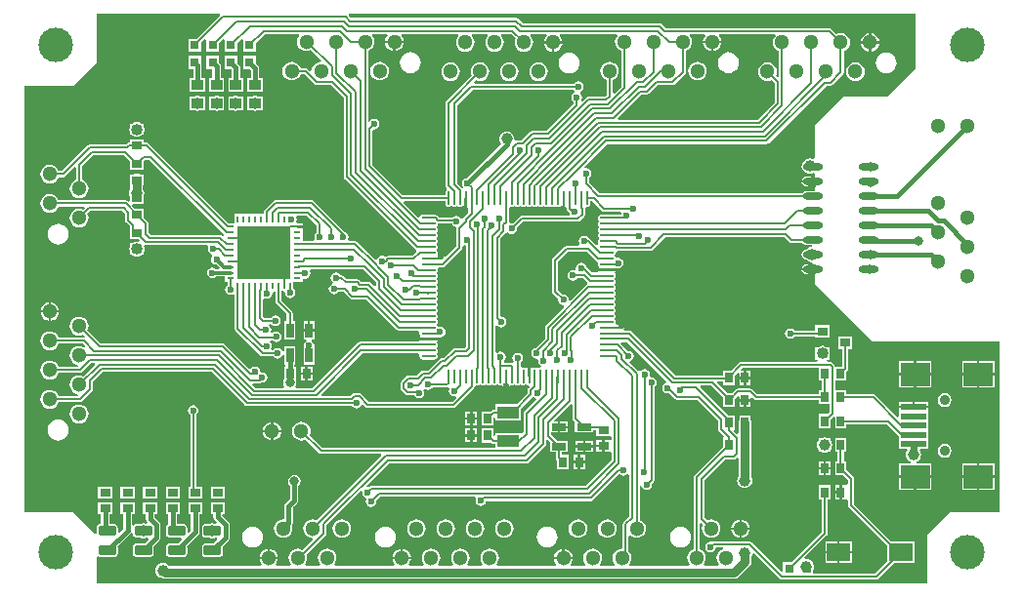
<source format=gtl>
G04 Layer_Physical_Order=1*
G04 Layer_Color=255*
%FSLAX25Y25*%
%MOIN*%
G70*
G01*
G75*
%ADD10R,0.02500X0.05000*%
%ADD11R,0.02362X0.00984*%
%ADD12R,0.00984X0.02362*%
%ADD13R,0.18110X0.18110*%
%ADD14R,0.03543X0.03150*%
%ADD15O,0.04921X0.00984*%
%ADD16O,0.00984X0.04921*%
%ADD17R,0.03150X0.03150*%
%ADD18R,0.02756X0.03543*%
%ADD19R,0.03543X0.02756*%
%ADD20R,0.05000X0.02500*%
%ADD21R,0.03937X0.03543*%
G04:AMPARAMS|DCode=22|XSize=59.06mil|YSize=35.43mil|CornerRadius=8.86mil|HoleSize=0mil|Usage=FLASHONLY|Rotation=0.000|XOffset=0mil|YOffset=0mil|HoleType=Round|Shape=RoundedRectangle|*
%AMROUNDEDRECTD22*
21,1,0.05906,0.01772,0,0,0.0*
21,1,0.04134,0.03543,0,0,0.0*
1,1,0.01772,0.02067,-0.00886*
1,1,0.01772,-0.02067,-0.00886*
1,1,0.01772,-0.02067,0.00886*
1,1,0.01772,0.02067,0.00886*
%
%ADD22ROUNDEDRECTD22*%
%ADD23R,0.03150X0.03150*%
%ADD24R,0.07874X0.06299*%
%ADD25R,0.09843X0.07874*%
%ADD26R,0.08858X0.01969*%
%ADD27R,0.07480X0.04331*%
%ADD28O,0.06890X0.02362*%
%ADD29C,0.00787*%
%ADD30C,0.01181*%
%ADD31C,0.03150*%
%ADD32C,0.02362*%
%ADD33C,0.01575*%
%ADD34C,0.05118*%
%ADD35C,0.11811*%
%ADD36C,0.03543*%
%ADD37C,0.02362*%
%ADD38C,0.03937*%
%ADD39C,0.03150*%
G36*
X67814Y195235D02*
X59796Y187217D01*
X56878D01*
Y182862D01*
X61233D01*
Y185781D01*
X62511Y187060D01*
X63111Y186811D01*
Y182862D01*
X67466D01*
Y185781D01*
X68745Y187060D01*
X69345Y186811D01*
Y182862D01*
X73700D01*
Y185781D01*
X74979Y187060D01*
X75578Y186811D01*
Y182862D01*
X79933D01*
Y185781D01*
X83058Y188906D01*
X94655D01*
X94850Y188306D01*
X94443Y187775D01*
X94125Y187006D01*
X94016Y186181D01*
X94125Y185356D01*
X94443Y184587D01*
X94950Y183926D01*
X95610Y183420D01*
X96379Y183101D01*
X97205Y182992D01*
X98030Y183101D01*
X98799Y183420D01*
X98811Y183428D01*
X102328Y179911D01*
X102042Y179348D01*
X101379Y179261D01*
X100610Y178943D01*
X99950Y178436D01*
X99443Y177775D01*
X99125Y177006D01*
X99037Y176344D01*
X98475Y176057D01*
X97633Y176899D01*
X97304Y177119D01*
X96915Y177197D01*
X96915Y177197D01*
X95206D01*
X94966Y177775D01*
X94459Y178436D01*
X93799Y178943D01*
X93030Y179261D01*
X92205Y179370D01*
X91379Y179261D01*
X90610Y178943D01*
X89950Y178436D01*
X89443Y177775D01*
X89125Y177006D01*
X89016Y176181D01*
X89125Y175356D01*
X89443Y174587D01*
X89950Y173926D01*
X90610Y173420D01*
X91379Y173101D01*
X92205Y172992D01*
X93030Y173101D01*
X93799Y173420D01*
X94459Y173926D01*
X94966Y174587D01*
X95206Y175165D01*
X96495D01*
X99937Y171723D01*
X99937Y171723D01*
X100267Y171503D01*
X100655Y171425D01*
X105583D01*
X109890Y167119D01*
Y140279D01*
X109890Y140279D01*
X109967Y139890D01*
X110187Y139561D01*
X134325Y115424D01*
X134654Y115203D01*
X134849Y114553D01*
X133319Y113023D01*
X125006D01*
X124617Y112946D01*
X124288Y112726D01*
X123756Y112894D01*
X123629Y112979D01*
X122933Y113118D01*
X122237Y112979D01*
X121647Y112585D01*
X121253Y111995D01*
X121244Y111951D01*
X120593Y111754D01*
X114503Y117844D01*
X114173Y118064D01*
X113785Y118142D01*
X113785Y118142D01*
X111744D01*
X111423Y118742D01*
X111483Y118832D01*
X111621Y119528D01*
X111483Y120223D01*
X111089Y120813D01*
X110499Y121207D01*
X110439Y121219D01*
X99838Y131820D01*
X99509Y132041D01*
X99120Y132118D01*
X99120Y132118D01*
X86589D01*
X86589Y132118D01*
X86200Y132041D01*
X85871Y131820D01*
X82943Y128893D01*
X82723Y128563D01*
X82646Y128174D01*
X82646Y128174D01*
Y127374D01*
X72725D01*
Y124126D01*
X70716D01*
X43336Y151505D01*
X43007Y151726D01*
X42618Y151803D01*
X42618Y151803D01*
X41744D01*
Y152768D01*
X36996D01*
Y152256D01*
X36676Y151803D01*
X36287Y151726D01*
X35958Y151505D01*
X35566Y151114D01*
X23327D01*
X22938Y151037D01*
X22609Y150817D01*
X22609Y150817D01*
X13792Y142000D01*
X12686D01*
X12447Y142579D01*
X11940Y143239D01*
X11279Y143746D01*
X10510Y144064D01*
X9685Y144173D01*
X8860Y144064D01*
X8091Y143746D01*
X7430Y143239D01*
X6924Y142579D01*
X6605Y141809D01*
X6496Y140984D01*
X6605Y140159D01*
X6924Y139390D01*
X7430Y138730D01*
X8091Y138223D01*
X8860Y137904D01*
X9685Y137796D01*
X10510Y137904D01*
X11279Y138223D01*
X11940Y138730D01*
X12447Y139390D01*
X12686Y139969D01*
X14212D01*
X14213Y139969D01*
X14601Y140046D01*
X14931Y140266D01*
X18115Y143450D01*
X18669Y143221D01*
Y138986D01*
X18091Y138746D01*
X17430Y138239D01*
X16924Y137579D01*
X16605Y136810D01*
X16496Y135984D01*
X16605Y135159D01*
X16924Y134390D01*
X17430Y133730D01*
X18091Y133223D01*
X18860Y132904D01*
X19685Y132796D01*
X20510Y132904D01*
X21279Y133223D01*
X21940Y133730D01*
X22446Y134390D01*
X22765Y135159D01*
X22874Y135984D01*
X22765Y136810D01*
X22446Y137579D01*
X21940Y138239D01*
X21279Y138746D01*
X20701Y138986D01*
Y143772D01*
X24436Y147508D01*
X34914D01*
X36996Y145426D01*
Y142508D01*
X41744D01*
Y145426D01*
X42055Y145736D01*
X43775D01*
X69167Y120345D01*
X69167Y120345D01*
X69247Y120292D01*
X69233Y120063D01*
X68619Y119829D01*
X68438Y120009D01*
X68108Y120230D01*
X67720Y120307D01*
X67720Y120307D01*
X63724D01*
X63724Y120307D01*
X63722Y120307D01*
X44023D01*
X43338Y120992D01*
Y124213D01*
X43261Y124601D01*
X43041Y124931D01*
X43041Y124931D01*
X41744Y126228D01*
Y129146D01*
X38826D01*
X37829Y130142D01*
X38059Y130697D01*
X41744D01*
Y133601D01*
X41776Y133679D01*
X41865Y134350D01*
X41776Y135021D01*
X41517Y135647D01*
X41491Y135681D01*
Y136996D01*
X41744D01*
Y140957D01*
X40325D01*
X40220Y141027D01*
X39370Y141196D01*
X38521Y141027D01*
X38415Y140957D01*
X36996D01*
Y136996D01*
X37052D01*
Y135681D01*
X37026Y135647D01*
X36767Y135021D01*
X36679Y134350D01*
X36767Y133679D01*
X36996Y133126D01*
Y131760D01*
X36442Y131530D01*
X36269Y131702D01*
X35940Y131922D01*
X35551Y132000D01*
X35551Y132000D01*
X12686D01*
X12447Y132579D01*
X11940Y133239D01*
X11279Y133746D01*
X10510Y134064D01*
X9685Y134173D01*
X8860Y134064D01*
X8091Y133746D01*
X7430Y133239D01*
X6924Y132579D01*
X6605Y131809D01*
X6496Y130984D01*
X6605Y130159D01*
X6924Y129390D01*
X7430Y128729D01*
X8091Y128223D01*
X8860Y127904D01*
X9685Y127796D01*
X10510Y127904D01*
X11279Y128223D01*
X11940Y128729D01*
X12447Y129390D01*
X12686Y129969D01*
X21449D01*
X21679Y129414D01*
X21089Y128824D01*
X20510Y129064D01*
X19685Y129173D01*
X18860Y129064D01*
X18091Y128746D01*
X17430Y128239D01*
X16924Y127579D01*
X16605Y126810D01*
X16496Y125984D01*
X16605Y125159D01*
X16924Y124390D01*
X17430Y123730D01*
X18091Y123223D01*
X18860Y122904D01*
X19685Y122796D01*
X20510Y122904D01*
X21279Y123223D01*
X21940Y123730D01*
X22446Y124390D01*
X22765Y125159D01*
X22874Y125984D01*
X22765Y126810D01*
X22525Y127388D01*
X23531Y128394D01*
X34478D01*
X35402Y127470D01*
Y125298D01*
X35402Y125298D01*
X35479Y124909D01*
X35699Y124580D01*
X36881Y123399D01*
X36996Y122846D01*
X36996Y122846D01*
X36996Y122846D01*
Y118886D01*
X39914D01*
X40468Y118332D01*
X40129Y117823D01*
X40041Y117859D01*
X39370Y117947D01*
X38699Y117859D01*
X38074Y117600D01*
X37728Y117335D01*
X36996D01*
Y116341D01*
X36865Y116025D01*
X36777Y115354D01*
X36865Y114683D01*
X36996Y114368D01*
Y113374D01*
X37728D01*
X38074Y113109D01*
X38699Y112850D01*
X39370Y112761D01*
X40041Y112850D01*
X40667Y113109D01*
X41012Y113374D01*
X41744D01*
Y114368D01*
X41875Y114683D01*
X41963Y115354D01*
X41875Y116025D01*
X41759Y116305D01*
X41805Y116407D01*
X42344Y116736D01*
X42520Y116701D01*
X63387D01*
X63708Y116101D01*
X63674Y116050D01*
X63536Y115354D01*
X63674Y114658D01*
X64069Y114068D01*
X64658Y113674D01*
X64948Y113617D01*
X65048Y113443D01*
X65160Y112963D01*
X64855Y112507D01*
X64717Y111811D01*
X64855Y111115D01*
X65250Y110525D01*
X65840Y110131D01*
X66535Y109993D01*
X66617Y110009D01*
X67572Y109054D01*
X67343Y108500D01*
X66490D01*
X66443Y108569D01*
X65853Y108963D01*
X65158Y109102D01*
X64462Y108963D01*
X63872Y108569D01*
X63477Y107979D01*
X63339Y107283D01*
X63477Y106588D01*
X63872Y105998D01*
X64462Y105604D01*
X65158Y105465D01*
X65853Y105604D01*
X66443Y105998D01*
X66490Y106067D01*
X69477D01*
Y104221D01*
X70244D01*
Y103041D01*
X69974Y102861D01*
X69580Y102271D01*
X69441Y101575D01*
X69580Y100879D01*
X69974Y100289D01*
X70564Y99895D01*
X71260Y99756D01*
X71956Y99895D01*
X72204Y100060D01*
X72804Y99740D01*
Y88209D01*
X72804Y88208D01*
X72881Y87820D01*
X73101Y87490D01*
X81526Y79065D01*
X81526Y79065D01*
X81855Y78845D01*
X82244Y78768D01*
X82244Y78768D01*
X85935D01*
X86116Y78498D01*
X86706Y78104D01*
X87402Y77965D01*
X88097Y78104D01*
X88687Y78498D01*
X89082Y79088D01*
X89083Y79095D01*
X89683Y79036D01*
Y75896D01*
X90118D01*
Y75209D01*
X89752D01*
Y71033D01*
X89485Y70633D01*
X89316Y69784D01*
X89485Y68934D01*
X89774Y68501D01*
X89453Y67901D01*
X79834D01*
X78754Y68981D01*
X78984Y69536D01*
X81240D01*
X81240Y69536D01*
X81629Y69613D01*
X81804Y69730D01*
X82165Y69658D01*
X82861Y69796D01*
X83451Y70191D01*
X83845Y70780D01*
X83984Y71476D01*
X83845Y72172D01*
X83451Y72762D01*
X82861Y73156D01*
X82165Y73295D01*
X82042Y73270D01*
X81464Y73444D01*
X81326Y74140D01*
X80932Y74730D01*
X80342Y75124D01*
X79646Y75262D01*
X78950Y75124D01*
X78360Y74730D01*
X78263Y74583D01*
X77665Y74524D01*
X69267Y82923D01*
X68937Y83143D01*
X68549Y83220D01*
X68549Y83220D01*
X26956D01*
X22525Y87651D01*
X22765Y88230D01*
X22874Y89055D01*
X22765Y89880D01*
X22446Y90649D01*
X21940Y91310D01*
X21279Y91817D01*
X20510Y92135D01*
X19685Y92244D01*
X18860Y92135D01*
X18091Y91817D01*
X17430Y91310D01*
X16924Y90649D01*
X16605Y89880D01*
X16496Y89055D01*
X16605Y88230D01*
X16924Y87461D01*
X17430Y86800D01*
X18091Y86294D01*
X18860Y85975D01*
X19685Y85866D01*
X20510Y85975D01*
X21089Y86215D01*
X21687Y85617D01*
X21391Y85064D01*
X21358Y85071D01*
X21358Y85071D01*
X12686D01*
X12447Y85650D01*
X11940Y86310D01*
X11279Y86817D01*
X10510Y87135D01*
X9685Y87244D01*
X8860Y87135D01*
X8091Y86817D01*
X7430Y86310D01*
X6924Y85650D01*
X6605Y84880D01*
X6496Y84055D01*
X6605Y83230D01*
X6924Y82461D01*
X7430Y81800D01*
X8091Y81294D01*
X8860Y80975D01*
X9685Y80866D01*
X10510Y80975D01*
X11279Y81294D01*
X11940Y81800D01*
X12447Y82461D01*
X12686Y83039D01*
X20938D01*
X21816Y82161D01*
X21420Y81709D01*
X21279Y81817D01*
X20510Y82135D01*
X19685Y82244D01*
X18860Y82135D01*
X18091Y81817D01*
X17430Y81310D01*
X16924Y80650D01*
X16605Y79880D01*
X16496Y79055D01*
X16605Y78230D01*
X16924Y77461D01*
X17430Y76800D01*
X18091Y76294D01*
X18860Y75975D01*
X19145Y75937D01*
X19430Y75295D01*
X19274Y75071D01*
X12686D01*
X12447Y75649D01*
X11940Y76310D01*
X11279Y76817D01*
X10510Y77135D01*
X9685Y77244D01*
X8860Y77135D01*
X8091Y76817D01*
X7430Y76310D01*
X6924Y75649D01*
X6605Y74880D01*
X6496Y74055D01*
X6605Y73230D01*
X6924Y72461D01*
X7430Y71800D01*
X8091Y71294D01*
X8860Y70975D01*
X9685Y70866D01*
X10510Y70975D01*
X11279Y71294D01*
X11940Y71800D01*
X12447Y72461D01*
X12686Y73040D01*
X19980D01*
X19980Y73040D01*
X20369Y73117D01*
X20698Y73337D01*
X23826Y76465D01*
X24874D01*
X25104Y75910D01*
X21089Y71895D01*
X20510Y72135D01*
X19685Y72244D01*
X18860Y72135D01*
X18091Y71817D01*
X17430Y71310D01*
X16924Y70649D01*
X16605Y69880D01*
X16496Y69055D01*
X16605Y68230D01*
X16924Y67461D01*
X17430Y66800D01*
X18091Y66294D01*
X18860Y65975D01*
X19138Y65938D01*
X19422Y65296D01*
X19265Y65071D01*
X12686D01*
X12447Y65649D01*
X11940Y66310D01*
X11279Y66817D01*
X10510Y67135D01*
X9685Y67244D01*
X8860Y67135D01*
X8091Y66817D01*
X7430Y66310D01*
X6924Y65649D01*
X6605Y64880D01*
X6496Y64055D01*
X6605Y63230D01*
X6924Y62461D01*
X7430Y61800D01*
X8091Y61294D01*
X8860Y60975D01*
X9685Y60866D01*
X10510Y60975D01*
X11279Y61294D01*
X11940Y61800D01*
X12447Y62461D01*
X12686Y63039D01*
X19974D01*
X19974Y63039D01*
X20363Y63117D01*
X20693Y63337D01*
X24143Y66788D01*
X24363Y67117D01*
X24441Y67506D01*
X24441Y67506D01*
Y70052D01*
X27704Y73315D01*
X64867D01*
X76183Y61998D01*
X76513Y61778D01*
X76901Y61701D01*
X112786D01*
X112966Y61431D01*
X113556Y61037D01*
X114252Y60898D01*
X114948Y61037D01*
X115538Y61431D01*
X115932Y62021D01*
X115944Y62081D01*
X116595Y62278D01*
X117386Y61487D01*
X117716Y61266D01*
X118104Y61189D01*
X118105Y61189D01*
X147323D01*
X147323Y61189D01*
X147712Y61266D01*
X148041Y61487D01*
X154261Y67707D01*
X154261Y67707D01*
X154482Y68037D01*
X154559Y68425D01*
Y68579D01*
X154991Y68884D01*
X155159Y68935D01*
X155512Y68864D01*
X155939Y68949D01*
X156301Y69191D01*
X156691D01*
X157053Y68949D01*
X157480Y68864D01*
X157907Y68949D01*
X158269Y69191D01*
X158660D01*
X159022Y68949D01*
X159449Y68864D01*
X159876Y68949D01*
X160238Y69191D01*
X160628D01*
X160990Y68949D01*
X161417Y68864D01*
X161844Y68949D01*
X162206Y69191D01*
X162597D01*
X162959Y68949D01*
X163386Y68864D01*
X163739Y68935D01*
X163906Y68884D01*
X164339Y68579D01*
Y68505D01*
X164319Y68405D01*
X164396Y68017D01*
X164617Y67687D01*
X164946Y67467D01*
X165335Y67390D01*
X165723Y67467D01*
X166053Y67687D01*
X166072Y67707D01*
X166293Y68037D01*
X166370Y68425D01*
Y68579D01*
X166802Y68884D01*
X166970Y68935D01*
X167323Y68864D01*
X167750Y68949D01*
X168112Y69191D01*
X168502D01*
X168864Y68949D01*
X169291Y68864D01*
X169718Y68949D01*
X170080Y69191D01*
X170471D01*
X170833Y68949D01*
X171260Y68864D01*
X171687Y68949D01*
X171830Y69045D01*
X172448Y69200D01*
X172806Y68960D01*
X173067Y68909D01*
X173283Y68454D01*
X173303Y68296D01*
X172983Y67976D01*
X172763Y67647D01*
X172685Y67258D01*
X172685Y67258D01*
Y66090D01*
X168910Y62315D01*
X161740D01*
Y60562D01*
X160964D01*
X160575Y60485D01*
X160246Y60265D01*
X160246Y60265D01*
X159934Y59953D01*
X157016D01*
Y55205D01*
X160976D01*
Y57705D01*
X161140Y57815D01*
X161740Y57494D01*
Y56779D01*
X170425D01*
Y60957D01*
X174218Y64750D01*
X174592Y64913D01*
X175048Y64813D01*
X175367Y64600D01*
X175481Y64577D01*
X175679Y63926D01*
X171526Y59773D01*
X171306Y59444D01*
X171229Y59055D01*
X171229Y59055D01*
Y52747D01*
X170718Y52351D01*
X170425Y52473D01*
Y52473D01*
X161740D01*
Y51758D01*
X161140Y51437D01*
X160976Y51547D01*
Y54047D01*
X157016D01*
Y49299D01*
X159934D01*
X160246Y48987D01*
X160246Y48987D01*
X160576Y48766D01*
X160965Y48689D01*
X160965Y48689D01*
X161740D01*
Y47374D01*
X102685D01*
X98313Y51745D01*
X98553Y52324D01*
X98661Y53150D01*
X98553Y53975D01*
X98234Y54744D01*
X97727Y55404D01*
X97067Y55911D01*
X96298Y56230D01*
X95472Y56338D01*
X94647Y56230D01*
X93878Y55911D01*
X93218Y55404D01*
X92711Y54744D01*
X92392Y53975D01*
X92284Y53150D01*
X92392Y52324D01*
X92711Y51555D01*
X93218Y50895D01*
X93878Y50388D01*
X94647Y50070D01*
X95472Y49961D01*
X96298Y50070D01*
X96877Y50309D01*
X101546Y45640D01*
X101546Y45640D01*
X101875Y45420D01*
X102264Y45342D01*
X102264Y45342D01*
X122611D01*
X122840Y44788D01*
X100735Y22683D01*
X100156Y22923D01*
X99331Y23031D01*
X98505Y22923D01*
X97736Y22604D01*
X97076Y22097D01*
X96569Y21437D01*
X96251Y20668D01*
X96142Y19842D01*
X96251Y19017D01*
X96569Y18248D01*
X97076Y17588D01*
X97736Y17081D01*
X98505Y16762D01*
X99168Y16675D01*
X99454Y16113D01*
X95937Y12595D01*
X95925Y12604D01*
X95156Y12923D01*
X94331Y13031D01*
X93505Y12923D01*
X92736Y12604D01*
X92076Y12097D01*
X91569Y11437D01*
X91251Y10668D01*
X91142Y9843D01*
X91251Y9017D01*
X91569Y8248D01*
X91958Y7741D01*
X91741Y7141D01*
X86897D01*
X86688Y7741D01*
X87082Y8254D01*
X87399Y9020D01*
X87456Y9449D01*
X84331D01*
X81206D01*
X81262Y9020D01*
X81580Y8254D01*
X81973Y7741D01*
X81764Y7141D01*
X50352D01*
X50180Y7365D01*
X49643Y7777D01*
X49018Y8036D01*
X48346Y8124D01*
X47675Y8036D01*
X47050Y7777D01*
X46513Y7365D01*
X46101Y6828D01*
X45842Y6203D01*
X45753Y5531D01*
X45842Y4860D01*
X46101Y4235D01*
X46513Y3698D01*
X47050Y3286D01*
X47675Y3027D01*
X47922Y2994D01*
X48107Y2870D01*
X48957Y2701D01*
X243189D01*
X244039Y2870D01*
X244759Y3352D01*
X248420Y7013D01*
X248901Y7733D01*
X249070Y8583D01*
Y10048D01*
X249096Y10081D01*
X249355Y10707D01*
X249407Y11103D01*
X250031Y11328D01*
X258533Y2825D01*
X258863Y2605D01*
X259251Y2527D01*
X259252Y2527D01*
X291732D01*
X291732Y2527D01*
X292121Y2605D01*
X292450Y2825D01*
X297685Y8059D01*
X304539D01*
Y15563D01*
X296641D01*
X283988Y28216D01*
Y36949D01*
X283988Y36949D01*
X283911Y37337D01*
X283691Y37667D01*
X283691Y37667D01*
X281508Y39850D01*
Y42768D01*
X280543D01*
Y46130D01*
X281508D01*
Y50878D01*
X277547D01*
Y46130D01*
X278512D01*
Y42768D01*
X277547D01*
Y38020D01*
X280465D01*
X281957Y36528D01*
Y34982D01*
X281496Y34646D01*
X281357Y34646D01*
X279921D01*
Y32283D01*
Y29921D01*
X281357D01*
X281496Y29921D01*
X281957Y29585D01*
Y27795D01*
X281957Y27795D01*
X282034Y27407D01*
X282254Y27077D01*
X295461Y13871D01*
Y8708D01*
X291312Y4559D01*
X270091D01*
Y5904D01*
X270221Y6219D01*
X270310Y6890D01*
X270221Y7561D01*
X270091Y7875D01*
Y8477D01*
X269739D01*
X269550Y8723D01*
X269013Y9135D01*
X268388Y9394D01*
X267717Y9483D01*
X267440Y9446D01*
X267159Y10015D01*
X274734Y17589D01*
X274734Y17589D01*
X274954Y17919D01*
X275031Y18307D01*
X275031Y18307D01*
Y29910D01*
X275996D01*
Y34657D01*
X272035D01*
Y29910D01*
X273000D01*
Y18728D01*
X262749Y8477D01*
X259830D01*
Y5249D01*
X259230Y5001D01*
X248985Y15246D01*
X248656Y15466D01*
X248267Y15543D01*
X248267Y15543D01*
X236102D01*
X236102Y15543D01*
X235714Y15466D01*
X235484Y15313D01*
X235138Y15381D01*
X234442Y15243D01*
X233852Y14849D01*
X233458Y14259D01*
X233319Y13563D01*
X233458Y12867D01*
X233852Y12277D01*
X234442Y11883D01*
X235138Y11745D01*
X235834Y11883D01*
X236424Y12277D01*
X236818Y12867D01*
X236946Y13512D01*
X239402D01*
X239490Y12923D01*
X238720Y12604D01*
X238060Y12097D01*
X237553Y11437D01*
X237235Y10668D01*
X237126Y9843D01*
X237235Y9017D01*
X237553Y8248D01*
X237943Y7741D01*
X237725Y7141D01*
X232905D01*
X232687Y7741D01*
X233076Y8248D01*
X233395Y9017D01*
X233504Y9843D01*
X233395Y10668D01*
X233076Y11437D01*
X232570Y12097D01*
X231909Y12604D01*
X231330Y12844D01*
Y21607D01*
X231885Y21836D01*
X232475Y21247D01*
X232235Y20668D01*
X232126Y19842D01*
X232235Y19017D01*
X232553Y18248D01*
X233060Y17588D01*
X233720Y17081D01*
X234490Y16762D01*
X235315Y16654D01*
X236140Y16762D01*
X236909Y17081D01*
X237570Y17588D01*
X238076Y18248D01*
X238395Y19017D01*
X238504Y19842D01*
X238395Y20668D01*
X238076Y21437D01*
X237570Y22097D01*
X236909Y22604D01*
X236140Y22923D01*
X235315Y23031D01*
X234490Y22923D01*
X233911Y22683D01*
X232905Y23688D01*
Y36329D01*
X240049Y43473D01*
X242913D01*
X242913Y43473D01*
X243302Y43550D01*
X243632Y43770D01*
X244031Y44169D01*
X244631Y43921D01*
Y37738D01*
X244506Y37576D01*
X244247Y36951D01*
X244159Y36279D01*
X244247Y35608D01*
X244506Y34983D01*
X244918Y34446D01*
X245456Y34034D01*
X246081Y33775D01*
X246752Y33687D01*
X247423Y33775D01*
X248048Y34034D01*
X248586Y34446D01*
X248998Y34983D01*
X249257Y35608D01*
X249345Y36279D01*
X249257Y36951D01*
X249070Y37401D01*
Y48425D01*
Y56060D01*
X248901Y56910D01*
X248831Y57015D01*
Y58434D01*
X244870D01*
Y57015D01*
X244800Y56910D01*
X244631Y56060D01*
Y52460D01*
X244031Y52212D01*
X243095Y53147D01*
X243319Y53686D01*
X243319D01*
Y58434D01*
X241270D01*
X231589Y68115D01*
X231818Y68669D01*
X235406D01*
X239358Y64717D01*
Y61322D01*
X243319D01*
Y64240D01*
X244282Y65203D01*
X244882Y64954D01*
Y64089D01*
X246850D01*
X248819D01*
Y64327D01*
X249373Y64556D01*
X249923Y64006D01*
X249923Y64006D01*
X250253Y63786D01*
X250641Y63709D01*
X272035D01*
Y62350D01*
X275559D01*
Y59594D01*
X274954Y58988D01*
X272035D01*
Y54240D01*
X275996D01*
Y57158D01*
X276947Y58109D01*
X277547Y57861D01*
Y54240D01*
X281508D01*
Y55599D01*
X295426D01*
X299398Y51627D01*
Y47232D01*
X301961D01*
X302257Y46632D01*
X302105Y46434D01*
X301846Y45809D01*
X301757Y45138D01*
X301846Y44467D01*
X302105Y43841D01*
X302517Y43304D01*
X303054Y42892D01*
X303455Y42726D01*
X303336Y42126D01*
X299410D01*
Y37992D01*
X304921D01*
X310433D01*
Y42126D01*
X305365D01*
X305246Y42726D01*
X305647Y42892D01*
X306184Y43304D01*
X306596Y43841D01*
X306855Y44467D01*
X306943Y45138D01*
X306855Y45809D01*
X306596Y46434D01*
X306444Y46632D01*
X306740Y47232D01*
X309461D01*
Y50382D01*
Y53531D01*
Y56681D01*
Y59854D01*
X309449D01*
Y61024D01*
X304429D01*
X299409D01*
Y59854D01*
X299398D01*
Y58138D01*
X298843Y57908D01*
X291309Y65443D01*
X290979Y65663D01*
X290591Y65740D01*
X290591Y65740D01*
X281508D01*
Y67098D01*
X277590D01*
Y70461D01*
X281508D01*
Y73379D01*
X281820Y73691D01*
X281821Y73691D01*
X282041Y74021D01*
X282118Y74410D01*
Y81287D01*
X283476D01*
Y85642D01*
X278728D01*
Y81287D01*
X280087D01*
Y75209D01*
X277568D01*
X277513Y75484D01*
X277293Y75814D01*
X277293Y75814D01*
X276601Y76506D01*
X276272Y76726D01*
X275883Y76803D01*
X275883Y76803D01*
X275030D01*
X274774Y77403D01*
X274912Y77547D01*
X275602D01*
Y78738D01*
X275733Y79053D01*
X275821Y79724D01*
X275733Y80396D01*
X275602Y80711D01*
Y81902D01*
X274614D01*
X274525Y81970D01*
X273900Y82229D01*
X273228Y82317D01*
X272557Y82229D01*
X271932Y81970D01*
X271843Y81902D01*
X270854D01*
Y80711D01*
X270724Y80396D01*
X270635Y79724D01*
X270724Y79053D01*
X270854Y78738D01*
Y77547D01*
X271544D01*
X271683Y77403D01*
X271426Y76803D01*
X245473D01*
X245084Y76726D01*
X244754Y76506D01*
X244754Y76506D01*
X241953Y73705D01*
X239358D01*
Y72275D01*
X222977D01*
X207920Y87332D01*
X207590Y87552D01*
X207202Y87630D01*
X207202Y87630D01*
X205623D01*
X205375Y88230D01*
X205443Y88298D01*
X205663Y88627D01*
X205740Y89016D01*
X205663Y89404D01*
X205443Y89734D01*
X205113Y89954D01*
X204724Y90031D01*
X204336Y89954D01*
X204006Y89734D01*
X203871Y89598D01*
X203074D01*
X202770Y90031D01*
X202719Y90198D01*
X202789Y90551D01*
X202704Y90978D01*
X202462Y91340D01*
Y91731D01*
X202704Y92093D01*
X202789Y92520D01*
X202704Y92947D01*
X202462Y93309D01*
Y93699D01*
X202704Y94061D01*
X202789Y94488D01*
X202704Y94915D01*
X202462Y95277D01*
Y95668D01*
X202704Y96030D01*
X202789Y96457D01*
X202704Y96884D01*
X202462Y97246D01*
Y97636D01*
X202704Y97998D01*
X202789Y98425D01*
X202704Y98852D01*
X202462Y99214D01*
Y99605D01*
X202704Y99967D01*
X202789Y100394D01*
X202704Y100821D01*
X202462Y101183D01*
Y101573D01*
X202704Y101935D01*
X202789Y102362D01*
X202704Y102789D01*
X202462Y103151D01*
Y103542D01*
X202704Y103904D01*
X202789Y104331D01*
X202704Y104758D01*
X202462Y105120D01*
Y105510D01*
X202704Y105872D01*
X202789Y106299D01*
X202704Y106726D01*
X202609Y106869D01*
X202454Y107487D01*
X202693Y107845D01*
X202699Y107874D01*
X199705D01*
X196692D01*
X196663Y107769D01*
X196349Y107315D01*
X194810D01*
X192663Y109462D01*
X192645Y109554D01*
X192250Y110144D01*
X191660Y110538D01*
X190965Y110677D01*
X190269Y110538D01*
X189679Y110144D01*
X189285Y109554D01*
X189146Y108858D01*
X189207Y108551D01*
X189104Y108402D01*
X188687Y108094D01*
X188169Y108196D01*
X187473Y108058D01*
X186883Y107664D01*
X186489Y107074D01*
X186351Y106378D01*
X186489Y105682D01*
X186883Y105092D01*
X187473Y104698D01*
X188169Y104560D01*
X188865Y104698D01*
X189455Y105092D01*
X189636Y105362D01*
X191663D01*
X193086Y103939D01*
X192958Y103338D01*
X192906Y103271D01*
X192621Y103080D01*
X192621Y103080D01*
X187257Y97717D01*
X186760Y97963D01*
X186698Y98006D01*
X186562Y98688D01*
X186168Y99278D01*
X185578Y99672D01*
X184882Y99810D01*
X184563Y99747D01*
X183102Y101208D01*
Y111188D01*
X186450Y114536D01*
X192867D01*
X195916Y111487D01*
X196245Y111267D01*
X196370Y111242D01*
X196679Y110708D01*
X196690Y110589D01*
X196620Y110236D01*
X196705Y109809D01*
X196801Y109666D01*
X196956Y109048D01*
X196716Y108690D01*
X196711Y108661D01*
X199705D01*
X203038D01*
X203236Y108875D01*
X203575Y108808D01*
X204271Y108947D01*
X204861Y109341D01*
X205255Y109931D01*
X205393Y110626D01*
X205255Y111322D01*
X204861Y111912D01*
X204271Y112306D01*
X203575Y112445D01*
X203362Y112402D01*
X202704Y112632D01*
X202462Y112994D01*
Y113384D01*
X202704Y113746D01*
X202789Y114173D01*
X202782Y114208D01*
X202801Y114285D01*
X203243Y114792D01*
X214605D01*
X214605Y114792D01*
X214994Y114869D01*
X215323Y115089D01*
X219612Y119378D01*
X260426D01*
X262038Y117766D01*
X262367Y117546D01*
X262756Y117469D01*
X266447D01*
X266628Y117199D01*
X267217Y116804D01*
X267913Y116666D01*
X269657D01*
X269697Y116066D01*
X269112Y115989D01*
X268487Y115730D01*
X267950Y115318D01*
X267938Y115303D01*
X267913D01*
X267217Y115164D01*
X266628Y114770D01*
X266233Y114180D01*
X266095Y113484D01*
X266233Y112788D01*
X266628Y112198D01*
X267217Y111804D01*
X267913Y111666D01*
X267938D01*
X267950Y111651D01*
X268487Y111239D01*
X269112Y110980D01*
X269497Y110929D01*
X269892Y110416D01*
X269918Y110304D01*
X269913Y110291D01*
X267913D01*
X267222Y110153D01*
X266636Y109762D01*
X266245Y109176D01*
X266185Y108878D01*
X270177D01*
Y108484D01*
X270571D01*
Y106678D01*
X270669D01*
Y103347D01*
X290354Y83661D01*
X333630D01*
Y25591D01*
X316929Y25591D01*
X309055Y17717D01*
Y1016D01*
X25591D01*
X25591Y10261D01*
X26191Y10443D01*
X26191Y10443D01*
X26683Y10114D01*
X27264Y9998D01*
X31398D01*
X31978Y10114D01*
X32471Y10443D01*
X32800Y10935D01*
X32915Y11516D01*
Y13287D01*
X32800Y13867D01*
X37222Y18289D01*
X37351Y18482D01*
X37951Y18300D01*
Y18209D01*
X38067Y17628D01*
X38396Y17136D01*
X38888Y16807D01*
X39469Y16691D01*
X40619D01*
X40864Y16590D01*
X41535Y16501D01*
X42207Y16590D01*
X42452Y16691D01*
X42973D01*
X43221Y16091D01*
X41935Y14805D01*
X39469D01*
X38888Y14689D01*
X38396Y14360D01*
X38067Y13868D01*
X37951Y13287D01*
Y11516D01*
X38067Y10935D01*
X38396Y10443D01*
X38888Y10114D01*
X39469Y9998D01*
X43602D01*
X44183Y10114D01*
X44675Y10443D01*
X45004Y10935D01*
X45120Y11516D01*
Y13287D01*
X45004Y13867D01*
X47065Y15927D01*
X47372Y16387D01*
X47480Y16929D01*
Y21000D01*
X47372Y21542D01*
X47065Y22002D01*
X45315Y23752D01*
Y24791D01*
X46272D01*
Y28752D01*
X41524D01*
Y24791D01*
X42481D01*
Y23165D01*
X42588Y22623D01*
X42896Y22163D01*
X43007Y22052D01*
X42777Y21498D01*
X42452D01*
X42207Y21599D01*
X41535Y21688D01*
X40864Y21599D01*
X40619Y21498D01*
X39469D01*
X38888Y21382D01*
X38396Y21053D01*
X38238Y20817D01*
X37637Y20999D01*
Y24791D01*
X38594D01*
Y28752D01*
X33846D01*
Y24791D01*
X34804D01*
Y19878D01*
X33515Y18590D01*
X32915Y18838D01*
Y19980D01*
X32800Y20561D01*
X32471Y21053D01*
X31978Y21382D01*
X31398Y21498D01*
X29960D01*
Y24791D01*
X30917D01*
Y28752D01*
X26169D01*
Y24791D01*
X27126D01*
Y21470D01*
X26683Y21382D01*
X26191Y21053D01*
X25862Y20561D01*
X25746Y19980D01*
Y18409D01*
X25218Y18146D01*
X25168Y18140D01*
X17717Y25591D01*
X1016D01*
Y171260D01*
X17717D01*
X25591Y179134D01*
X25591Y195835D01*
X67566D01*
X67814Y195235D01*
D02*
G37*
G36*
X220014Y70138D02*
X219817Y69487D01*
X219757Y69475D01*
X219167Y69081D01*
X218773Y68491D01*
X218634Y67795D01*
X218773Y67099D01*
X219167Y66509D01*
X219757Y66115D01*
X220453Y65977D01*
X221056Y66097D01*
X222949Y64203D01*
X223279Y63983D01*
X223667Y63906D01*
X223667Y63906D01*
X230699D01*
X237764Y56840D01*
Y53799D01*
X237764Y53799D01*
X237841Y53411D01*
X238061Y53081D01*
X239744Y51399D01*
X239495Y50799D01*
X239358D01*
Y47881D01*
X229597Y38120D01*
X229377Y37790D01*
X229299Y37402D01*
X229299Y37401D01*
Y12844D01*
X228720Y12604D01*
X228060Y12097D01*
X227553Y11437D01*
X227235Y10668D01*
X227126Y9843D01*
X227235Y9017D01*
X227553Y8248D01*
X227942Y7741D01*
X227725Y7141D01*
X207471D01*
X207254Y7741D01*
X207643Y8248D01*
X207962Y9017D01*
X208070Y9843D01*
X207962Y10668D01*
X207643Y11437D01*
X207157Y12070D01*
Y17293D01*
X207757Y17488D01*
X208288Y17081D01*
X209056Y16762D01*
X209882Y16654D01*
X210707Y16762D01*
X211476Y17081D01*
X212137Y17588D01*
X212643Y18248D01*
X212962Y19017D01*
X213071Y19842D01*
X212962Y20668D01*
X212643Y21437D01*
X212137Y22097D01*
X211476Y22604D01*
X210897Y22844D01*
Y34403D01*
X211497Y34462D01*
X211548Y34206D01*
X211943Y33616D01*
X212532Y33222D01*
X213228Y33083D01*
X213924Y33222D01*
X214514Y33616D01*
X214908Y34206D01*
X215047Y34902D01*
X214983Y35220D01*
X215620Y35857D01*
X215620Y35857D01*
X215840Y36186D01*
X215917Y36575D01*
Y68357D01*
X216187Y68537D01*
X216582Y69127D01*
X216720Y69823D01*
X216582Y70519D01*
X216187Y71109D01*
X215597Y71503D01*
X214902Y71641D01*
X214721Y71605D01*
X214600Y71682D01*
X214260Y72125D01*
X214358Y72618D01*
X214219Y73314D01*
X213825Y73904D01*
X213235Y74298D01*
X212539Y74436D01*
X211843Y74298D01*
X211254Y73904D01*
X211138Y73732D01*
X211043Y73683D01*
X210380Y73677D01*
X207525Y76532D01*
X207723Y77183D01*
X207783Y77195D01*
X208372Y77589D01*
X208767Y78179D01*
X208905Y78875D01*
X208767Y79571D01*
X208372Y80161D01*
X207783Y80555D01*
X207087Y80694D01*
X206768Y80630D01*
X204368Y83030D01*
X204617Y83630D01*
X206522D01*
X220014Y70138D01*
D02*
G37*
G36*
X151969Y129762D02*
X152074Y129734D01*
X152528Y129420D01*
Y127740D01*
X150857Y126069D01*
X150683Y125809D01*
X150634Y125792D01*
X150350Y125760D01*
X150033Y125783D01*
X149750Y126207D01*
X149160Y126601D01*
X148465Y126740D01*
X147769Y126601D01*
X147179Y126207D01*
X147103Y126094D01*
X142570D01*
X141962Y126702D01*
X141633Y126923D01*
X141319Y126985D01*
X141273Y127015D01*
X140847Y127100D01*
X136909D01*
X136482Y127015D01*
X136120Y126773D01*
X135914Y126464D01*
X135814Y126399D01*
X135242Y126287D01*
X130324Y131206D01*
X130553Y131760D01*
X144553D01*
Y130807D01*
X144638Y130380D01*
X144880Y130018D01*
X145242Y129776D01*
X145669Y129691D01*
X146096Y129776D01*
X146458Y130018D01*
X146849D01*
X147211Y129776D01*
X147638Y129691D01*
X148065Y129776D01*
X148427Y130018D01*
X148817D01*
X149179Y129776D01*
X149606Y129691D01*
X150033Y129776D01*
X150176Y129871D01*
X150794Y130026D01*
X151152Y129787D01*
X151181Y129781D01*
Y132776D01*
X151969D01*
Y129762D01*
D02*
G37*
G36*
X185433Y129762D02*
X185538Y129734D01*
X185992Y129420D01*
Y129291D01*
X185992Y129291D01*
X186070Y128903D01*
X186290Y128573D01*
X187111Y127752D01*
X187159Y127513D01*
X187192Y127462D01*
X186872Y126862D01*
X170768D01*
X170768Y126862D01*
X170379Y126785D01*
X170050Y126565D01*
X170050Y126565D01*
X167563Y124078D01*
X167244Y124141D01*
X166883Y124069D01*
X166366Y124548D01*
X166370Y124567D01*
Y129406D01*
X166802Y129710D01*
X166970Y129761D01*
X167323Y129691D01*
X167750Y129776D01*
X168112Y130018D01*
X168502D01*
X168864Y129776D01*
X169291Y129691D01*
X169718Y129776D01*
X170080Y130018D01*
X170471D01*
X170833Y129776D01*
X171260Y129691D01*
X171687Y129776D01*
X172049Y130018D01*
X172439D01*
X172801Y129776D01*
X173228Y129691D01*
X173655Y129776D01*
X174017Y130018D01*
X174408D01*
X174770Y129776D01*
X175197Y129691D01*
X175624Y129776D01*
X175986Y130018D01*
X176376D01*
X176738Y129776D01*
X177165Y129691D01*
X177592Y129776D01*
X177954Y130018D01*
X178345D01*
X178707Y129776D01*
X179134Y129691D01*
X179561Y129776D01*
X179694Y129865D01*
X180118Y129970D01*
X180542Y129865D01*
X180675Y129776D01*
X181102Y129691D01*
X181529Y129776D01*
X181662Y129865D01*
X182087Y129970D01*
X182511Y129865D01*
X182644Y129776D01*
X183071Y129691D01*
X183498Y129776D01*
X183641Y129871D01*
X184259Y130026D01*
X184617Y129787D01*
X184646Y129781D01*
Y132776D01*
X185433D01*
Y129762D01*
D02*
G37*
G36*
X207291Y38306D02*
Y23978D01*
X205423Y22110D01*
X205203Y21780D01*
X205126Y21392D01*
X205126Y21392D01*
Y13245D01*
X204882Y13031D01*
X204057Y12923D01*
X203288Y12604D01*
X202627Y12097D01*
X202120Y11437D01*
X201802Y10668D01*
X201693Y9843D01*
X201802Y9017D01*
X202120Y8248D01*
X202509Y7741D01*
X202292Y7141D01*
X197471D01*
X197254Y7741D01*
X197643Y8248D01*
X197962Y9017D01*
X198071Y9843D01*
X197962Y10668D01*
X197643Y11437D01*
X197137Y12097D01*
X196476Y12604D01*
X195707Y12923D01*
X194882Y13031D01*
X194056Y12923D01*
X193288Y12604D01*
X192627Y12097D01*
X192120Y11437D01*
X191802Y10668D01*
X191693Y9843D01*
X191802Y9017D01*
X192120Y8248D01*
X192509Y7741D01*
X192292Y7141D01*
X187449D01*
X187239Y7741D01*
X187633Y8254D01*
X187950Y9020D01*
X188007Y9449D01*
X184882D01*
X181757D01*
X181813Y9020D01*
X182131Y8254D01*
X182524Y7741D01*
X182315Y7141D01*
X162353D01*
X162136Y7741D01*
X162525Y8248D01*
X162844Y9017D01*
X162952Y9843D01*
X162844Y10668D01*
X162525Y11437D01*
X162019Y12097D01*
X161358Y12604D01*
X160589Y12923D01*
X159764Y13031D01*
X158939Y12923D01*
X158169Y12604D01*
X157509Y12097D01*
X157002Y11437D01*
X156684Y10668D01*
X156575Y9843D01*
X156684Y9017D01*
X157002Y8248D01*
X157391Y7741D01*
X157174Y7141D01*
X152353D01*
X152136Y7741D01*
X152525Y8248D01*
X152844Y9017D01*
X152952Y9843D01*
X152844Y10668D01*
X152525Y11437D01*
X152018Y12097D01*
X151358Y12604D01*
X150589Y12923D01*
X149764Y13031D01*
X148939Y12923D01*
X148169Y12604D01*
X147509Y12097D01*
X147002Y11437D01*
X146684Y10668D01*
X146575Y9843D01*
X146684Y9017D01*
X147002Y8248D01*
X147391Y7741D01*
X147174Y7141D01*
X142353D01*
X142136Y7741D01*
X142525Y8248D01*
X142844Y9017D01*
X142952Y9843D01*
X142844Y10668D01*
X142525Y11437D01*
X142018Y12097D01*
X141358Y12604D01*
X140589Y12923D01*
X139764Y13031D01*
X138938Y12923D01*
X138169Y12604D01*
X137509Y12097D01*
X137002Y11437D01*
X136684Y10668D01*
X136575Y9843D01*
X136684Y9017D01*
X137002Y8248D01*
X137391Y7741D01*
X137174Y7141D01*
X132330D01*
X132121Y7741D01*
X132515Y8254D01*
X132832Y9020D01*
X132889Y9449D01*
X129764D01*
X126639D01*
X126695Y9020D01*
X127013Y8254D01*
X127406Y7741D01*
X127197Y7141D01*
X106920D01*
X106703Y7741D01*
X107092Y8248D01*
X107411Y9017D01*
X107519Y9843D01*
X107411Y10668D01*
X107092Y11437D01*
X106585Y12097D01*
X105925Y12604D01*
X105156Y12923D01*
X104331Y13031D01*
X103505Y12923D01*
X102736Y12604D01*
X102076Y12097D01*
X101569Y11437D01*
X101251Y10668D01*
X101142Y9843D01*
X101251Y9017D01*
X101569Y8248D01*
X101958Y7741D01*
X101741Y7141D01*
X96920D01*
X96703Y7741D01*
X97092Y8248D01*
X97411Y9017D01*
X97519Y9843D01*
X97411Y10668D01*
X97256Y11042D01*
X103789Y17575D01*
X103789Y17575D01*
X104009Y17905D01*
X104086Y18293D01*
X104086Y18293D01*
Y20935D01*
X115834Y32683D01*
X116387Y32387D01*
X116351Y32205D01*
X116489Y31509D01*
X116884Y30919D01*
X117473Y30525D01*
X117621Y29884D01*
X117533Y29751D01*
X117394Y29055D01*
X117533Y28359D01*
X117927Y27769D01*
X118517Y27375D01*
X119213Y27237D01*
X119908Y27375D01*
X120498Y27769D01*
X120893Y28359D01*
X121031Y29055D01*
X120968Y29374D01*
X122468Y30874D01*
X154853D01*
X155174Y30274D01*
X155013Y30034D01*
X154875Y29338D01*
X155013Y28642D01*
X155407Y28052D01*
X155997Y27658D01*
X156693Y27520D01*
X157389Y27658D01*
X157979Y28052D01*
X158373Y28642D01*
X158504Y29299D01*
X194215D01*
X194215Y29299D01*
X194604Y29377D01*
X194933Y29597D01*
X203792Y38456D01*
X204080Y38427D01*
X204670Y38033D01*
X205365Y37895D01*
X206061Y38033D01*
X206651Y38427D01*
X206691Y38487D01*
X207291Y38306D01*
D02*
G37*
G36*
X305118Y177165D02*
X295276Y167323D01*
X280512D01*
X270669Y157480D01*
Y146354D01*
X270069Y146097D01*
X269569Y146304D01*
X268898Y146392D01*
X268227Y146304D01*
X267601Y146045D01*
X267064Y145633D01*
X266652Y145096D01*
X266393Y144470D01*
X266385Y144406D01*
X266233Y144180D01*
X266095Y143484D01*
X266233Y142788D01*
X266628Y142199D01*
X267217Y141804D01*
X267294Y141789D01*
X267601Y141554D01*
X268227Y141295D01*
X268898Y141206D01*
X269569Y141295D01*
X270069Y141502D01*
X270460Y141334D01*
X270669Y141162D01*
Y140291D01*
X270571D01*
Y138484D01*
Y136678D01*
X270669D01*
Y135303D01*
X267913D01*
X267217Y135164D01*
X266628Y134770D01*
X266447Y134500D01*
X197192D01*
X193614Y138078D01*
Y139794D01*
X193884Y139974D01*
X194278Y140564D01*
X194417Y141260D01*
X194278Y141956D01*
X193884Y142546D01*
X193294Y142940D01*
X192598Y143078D01*
X192388Y143036D01*
X192093Y143589D01*
X199811Y151307D01*
X254193D01*
X254193Y151307D01*
X254582Y151385D01*
X254911Y151605D01*
X274574Y171268D01*
X276077D01*
X276077Y171268D01*
X276465Y171345D01*
X276795Y171565D01*
X280246Y175016D01*
X280466Y175346D01*
X280543Y175734D01*
X280543Y175734D01*
Y183022D01*
X281122Y183262D01*
X281782Y183769D01*
X282289Y184429D01*
X282608Y185198D01*
X282716Y186024D01*
X282608Y186849D01*
X282289Y187618D01*
X281782Y188278D01*
X281122Y188785D01*
X280353Y189104D01*
X279528Y189212D01*
X278702Y189104D01*
X278123Y188864D01*
X276348Y190639D01*
X276019Y190859D01*
X275630Y190937D01*
X275630Y190937D01*
X219827D01*
X218550Y192214D01*
X218220Y192434D01*
X217831Y192512D01*
X217831Y192512D01*
X171093D01*
X169579Y194026D01*
X169249Y194246D01*
X168861Y194323D01*
X168861Y194323D01*
X112470D01*
X111558Y195235D01*
X111806Y195835D01*
X305118D01*
Y177165D01*
D02*
G37*
G36*
X272035Y70461D02*
X273000D01*
Y67098D01*
X272035D01*
Y65740D01*
X251062D01*
X249436Y67366D01*
X249106Y67587D01*
X248718Y67664D01*
X248717Y67664D01*
X244291D01*
X243903Y67587D01*
X243573Y67366D01*
X243573Y67366D01*
X242276Y66070D01*
X240879D01*
X237258Y69690D01*
X237488Y70244D01*
X239358D01*
Y68957D01*
X243319D01*
Y72198D01*
X244282Y73161D01*
X244882Y72912D01*
Y71724D01*
X246457D01*
Y73693D01*
X245663D01*
X245414Y74293D01*
X245893Y74772D01*
X272035D01*
Y70461D01*
D02*
G37*
G36*
X188791Y169465D02*
X188687Y168867D01*
X188124Y168491D01*
X187730Y167901D01*
X187591Y167205D01*
X187730Y166509D01*
X188124Y165919D01*
X188394Y165738D01*
Y165034D01*
X179241Y155882D01*
X174302D01*
X174302Y155882D01*
X173914Y155804D01*
X173584Y155584D01*
X173584Y155584D01*
X170472Y152472D01*
X169140D01*
X169140Y152472D01*
X168751Y152395D01*
X168685Y152351D01*
X168125Y152699D01*
X168164Y152992D01*
X168076Y153663D01*
X167816Y154289D01*
X167404Y154826D01*
X166867Y155238D01*
X166242Y155497D01*
X165571Y155585D01*
X164900Y155497D01*
X164274Y155238D01*
X163737Y154826D01*
X163325Y154289D01*
X163066Y153663D01*
X162978Y152992D01*
X163066Y152321D01*
X163325Y151696D01*
X163602Y151335D01*
X151875Y139607D01*
X151410Y139515D01*
X150821Y139120D01*
X150426Y138531D01*
X150288Y137835D01*
X150426Y137139D01*
X150793Y136589D01*
X150721Y136313D01*
X150661Y136172D01*
X150324Y136119D01*
X148653Y137790D01*
Y164596D01*
X153947Y169890D01*
X188434D01*
X188791Y169465D01*
D02*
G37*
G36*
X187961Y62299D02*
Y57541D01*
X187961Y57541D01*
X188038Y57152D01*
X188258Y56823D01*
X188855Y56226D01*
Y52707D01*
X195060D01*
Y53544D01*
X196169D01*
Y51583D01*
X200917D01*
X201228Y51112D01*
Y50486D01*
X200905Y50020D01*
X200628Y50020D01*
X198937D01*
Y48051D01*
Y46083D01*
X200628D01*
X200905Y46083D01*
X201228Y45616D01*
Y43219D01*
X192490Y34480D01*
X119429D01*
X119429Y34480D01*
X119041Y34403D01*
X118711Y34183D01*
X118711Y34183D01*
X118541Y34013D01*
X118009Y34071D01*
X117755Y34603D01*
X125345Y42193D01*
X172342D01*
X172342Y42193D01*
X172731Y42270D01*
X173061Y42490D01*
X178820Y48250D01*
X179040Y48579D01*
X179117Y48968D01*
X179117Y48968D01*
Y49980D01*
X179672Y50210D01*
X180255Y49626D01*
Y46108D01*
X182342D01*
Y43985D01*
X182342Y43985D01*
X182419Y43596D01*
X182639Y43267D01*
X182744Y43162D01*
Y40244D01*
X186705D01*
Y44992D01*
X184373D01*
Y46108D01*
X186460D01*
Y49812D01*
X182941D01*
X180692Y52062D01*
Y52719D01*
X182964D01*
Y54560D01*
Y56400D01*
X181998D01*
X181768Y56955D01*
X187361Y62547D01*
X187961Y62299D01*
D02*
G37*
G36*
X198042Y128514D02*
X198042Y128514D01*
X198371Y128294D01*
X198760Y128217D01*
X204470D01*
X204791Y127617D01*
X204757Y127566D01*
X204644Y127000D01*
X202123D01*
X202100Y127015D01*
X201673Y127100D01*
X197736D01*
X197309Y127015D01*
X196947Y126773D01*
X196705Y126411D01*
X196620Y125984D01*
X196705Y125557D01*
X196947Y125195D01*
Y124805D01*
X196705Y124443D01*
X196620Y124016D01*
X196705Y123589D01*
X196947Y123227D01*
Y122836D01*
X196705Y122474D01*
X196620Y122047D01*
X196705Y121620D01*
X196947Y121258D01*
Y120868D01*
X196705Y120506D01*
X196620Y120079D01*
X196705Y119652D01*
X196947Y119290D01*
Y118899D01*
X196705Y118537D01*
X196620Y118110D01*
X196705Y117683D01*
X196849Y117469D01*
X196700Y116962D01*
X196107Y116841D01*
X194120Y118828D01*
X193790Y119049D01*
X193401Y119126D01*
X193401Y119126D01*
X193395D01*
X193215Y119396D01*
X192625Y119790D01*
X191929Y119929D01*
X191233Y119790D01*
X190643Y119396D01*
X190249Y118806D01*
X190111Y118110D01*
X190249Y117414D01*
X190415Y117167D01*
X190094Y116567D01*
X186030D01*
X186029Y116567D01*
X185641Y116489D01*
X185311Y116269D01*
X185311Y116269D01*
X181369Y112327D01*
X181148Y111997D01*
X181071Y111608D01*
X181071Y111608D01*
Y100787D01*
X181071Y100787D01*
X181148Y100399D01*
X181369Y100069D01*
X183127Y98311D01*
X183063Y97992D01*
X183202Y97296D01*
X183596Y96706D01*
X184186Y96312D01*
X184868Y96176D01*
X184911Y96114D01*
X185157Y95617D01*
X178888Y89348D01*
X178668Y89018D01*
X178591Y88630D01*
X178591Y88630D01*
Y84788D01*
X175235Y81432D01*
X174998Y81385D01*
X174408Y80991D01*
X174014Y80401D01*
X173875Y79705D01*
X174014Y79009D01*
X174408Y78419D01*
X174998Y78025D01*
X175694Y77887D01*
X175749Y77898D01*
X176259Y77387D01*
X176238Y77283D01*
X176377Y76587D01*
X176771Y75998D01*
X177361Y75603D01*
X177238Y75019D01*
X177165Y75033D01*
X176738Y74948D01*
X176376Y74706D01*
X175986D01*
X175624Y74948D01*
X175197Y75033D01*
X174770Y74948D01*
X174627Y74853D01*
X174009Y74698D01*
X173651Y74937D01*
X173622Y74943D01*
Y71949D01*
X172835D01*
Y74943D01*
X172806Y74937D01*
X172448Y74698D01*
X171830Y74853D01*
X171687Y74948D01*
X171260Y75033D01*
X170907Y74963D01*
X170739Y75014D01*
X170307Y75318D01*
Y76683D01*
X170577Y76863D01*
X170971Y77453D01*
X171110Y78149D01*
X170971Y78845D01*
X170577Y79435D01*
X169987Y79829D01*
X169291Y79968D01*
X168596Y79829D01*
X168006Y79435D01*
X167611Y78845D01*
X167473Y78149D01*
X167611Y77453D01*
X167913Y77001D01*
X167894Y76847D01*
X167305Y76536D01*
X167253Y76536D01*
X166902Y76606D01*
X166902Y76606D01*
X164678D01*
X164536Y77206D01*
X164672Y77297D01*
X165066Y77887D01*
X165204Y78583D01*
X165066Y79279D01*
X164672Y79869D01*
X164082Y80263D01*
X163386Y80401D01*
X162690Y80263D01*
X162246Y79966D01*
X161751Y80147D01*
X161645Y80231D01*
Y89003D01*
X162246Y89185D01*
X162297Y89108D01*
X162887Y88714D01*
X163583Y88575D01*
X164278Y88714D01*
X164868Y89108D01*
X165263Y89698D01*
X165401Y90394D01*
X165263Y91090D01*
X164868Y91680D01*
X164278Y92074D01*
X163583Y92212D01*
X163220Y92752D01*
Y118809D01*
X165187Y120775D01*
X165187Y120775D01*
X165299Y120944D01*
X165889Y121027D01*
X166000Y121009D01*
X166548Y120643D01*
X167244Y120504D01*
X167940Y120643D01*
X168530Y121037D01*
X168924Y121627D01*
X169062Y122323D01*
X168999Y122642D01*
X171188Y124831D01*
X189817D01*
X189817Y124831D01*
X190206Y124908D01*
X190535Y125128D01*
X191919Y126512D01*
X192139Y126842D01*
X192216Y127230D01*
X192216Y127230D01*
Y129187D01*
X192216Y129187D01*
X192200Y129268D01*
X192247Y129352D01*
X192700Y129734D01*
X192913Y129691D01*
X193340Y129776D01*
X193702Y130018D01*
X193944Y130380D01*
X194029Y130807D01*
Y131760D01*
X194796D01*
X198042Y128514D01*
D02*
G37*
G36*
X151662Y116596D02*
Y82038D01*
X151151Y81527D01*
X147877D01*
X147488Y81450D01*
X147159Y81230D01*
X147159Y81230D01*
X144110Y78181D01*
X143285D01*
X143285Y78181D01*
X142896Y78104D01*
X142567Y77883D01*
X142567Y77883D01*
X138651Y73968D01*
X137129D01*
X137129Y73968D01*
X136741Y73891D01*
X136411Y73671D01*
X136411Y73671D01*
X134917Y72177D01*
X131870D01*
X131870Y72177D01*
X131481Y72100D01*
X131152Y71880D01*
X131152Y71880D01*
X129538Y70265D01*
X129318Y69936D01*
X129240Y69547D01*
X129240Y69547D01*
Y67821D01*
X129240Y67821D01*
X129318Y67432D01*
X129538Y67103D01*
X130921Y65719D01*
X131251Y65499D01*
X131640Y65421D01*
X131640Y65421D01*
X134071D01*
X134423Y64895D01*
X135013Y64501D01*
X135709Y64363D01*
X136405Y64501D01*
X136995Y64895D01*
X137389Y65485D01*
X137527Y66181D01*
X137389Y66877D01*
X137161Y67217D01*
X137594Y67650D01*
X138064Y67336D01*
X138760Y67197D01*
X139456Y67336D01*
X140046Y67730D01*
X140226Y68000D01*
X145138D01*
X145138Y68000D01*
X145526Y68077D01*
X145548Y68092D01*
X145981Y67659D01*
X145958Y67625D01*
X145819Y66929D01*
X145958Y66233D01*
X146352Y65643D01*
X146942Y65249D01*
X147638Y65111D01*
X148020Y65187D01*
X148316Y64634D01*
X146902Y63220D01*
X118525D01*
X115948Y65797D01*
X115619Y66017D01*
X115230Y66094D01*
X115230Y66094D01*
X113535D01*
X113535Y66094D01*
X113147Y66017D01*
X112817Y65797D01*
X112817Y65797D01*
X112142Y65122D01*
X102443D01*
X102214Y65676D01*
X116230Y79693D01*
X135508D01*
X135813Y79261D01*
X135864Y79093D01*
X135793Y78740D01*
X135879Y78313D01*
X136120Y77951D01*
X136482Y77709D01*
X136909Y77624D01*
X140847D01*
X141273Y77709D01*
X141636Y77951D01*
X141877Y78313D01*
X141962Y78740D01*
X141877Y79167D01*
X141636Y79529D01*
Y79920D01*
X141877Y80282D01*
X141962Y80709D01*
X141877Y81136D01*
X141636Y81498D01*
Y81888D01*
X141877Y82250D01*
X141962Y82677D01*
X141877Y83104D01*
X141782Y83247D01*
X141627Y83865D01*
X141866Y84223D01*
X141872Y84252D01*
X138878D01*
X135865D01*
X135837Y84147D01*
X135522Y83693D01*
X115551D01*
X115551Y83693D01*
X115163Y83615D01*
X114833Y83395D01*
X114833Y83395D01*
X99339Y67901D01*
X93618D01*
X93297Y68501D01*
X93586Y68934D01*
X93755Y69784D01*
X93638Y70370D01*
X93713Y70461D01*
X93713D01*
Y75209D01*
X92952D01*
Y75896D01*
X93388D01*
Y82101D01*
X89683D01*
Y80531D01*
X89083Y80472D01*
X89082Y80479D01*
X88687Y81069D01*
X88097Y81463D01*
X87402Y81602D01*
X86706Y81463D01*
X86116Y81069D01*
X86021Y80928D01*
X85472Y80943D01*
X85198Y81462D01*
X85282Y81588D01*
X85421Y82284D01*
X85282Y82979D01*
X84888Y83569D01*
X84723Y83680D01*
X84905Y84280D01*
X85522D01*
X85624Y84128D01*
X86214Y83733D01*
X86910Y83595D01*
X87605Y83733D01*
X88195Y84128D01*
X88589Y84718D01*
X88728Y85413D01*
X88589Y86109D01*
X88195Y86699D01*
X87605Y87093D01*
X86910Y87232D01*
X86214Y87093D01*
X85685Y86740D01*
X85652Y86755D01*
X85364Y86922D01*
X85186Y87074D01*
X85303Y87657D01*
X85164Y88353D01*
X84770Y88943D01*
X84222Y89310D01*
X84216Y89353D01*
X84566Y89896D01*
X85136Y89898D01*
X85309Y89639D01*
X85899Y89245D01*
X86594Y89107D01*
X87290Y89245D01*
X87880Y89639D01*
X88275Y90229D01*
X88413Y90925D01*
X88275Y91621D01*
X87880Y92211D01*
X87290Y92605D01*
X86594Y92744D01*
X85899Y92605D01*
X85309Y92211D01*
X85128Y91941D01*
X82862D01*
X82413Y92390D01*
Y98203D01*
X83013Y98524D01*
X83064Y98490D01*
X83759Y98352D01*
X84455Y98490D01*
X85045Y98884D01*
X85439Y99474D01*
X85578Y100170D01*
X85537Y100373D01*
X85983Y100915D01*
X86583Y100885D01*
Y97401D01*
X86583Y97401D01*
X86660Y97013D01*
X86880Y96683D01*
X90520Y93043D01*
Y90701D01*
X89683D01*
Y84496D01*
X93388D01*
Y90701D01*
X92551D01*
Y93464D01*
X92551Y93464D01*
X92474Y93853D01*
X92254Y94182D01*
X92254Y94182D01*
X88614Y97822D01*
Y100973D01*
X88692D01*
Y100985D01*
X89505D01*
X89886Y100521D01*
X89865Y100415D01*
X90003Y99719D01*
X90397Y99129D01*
X90987Y98735D01*
X91683Y98597D01*
X92379Y98735D01*
X92969Y99129D01*
X93363Y99719D01*
X93502Y100415D01*
X93363Y101111D01*
X92969Y101701D01*
X92699Y101881D01*
Y102608D01*
X92629Y102956D01*
Y104221D01*
X95877D01*
Y104925D01*
X96478Y105342D01*
X96850Y105268D01*
X97546Y105406D01*
X98136Y105801D01*
X98530Y106391D01*
X98669Y107086D01*
X98530Y107782D01*
X98430Y107932D01*
X98751Y108532D01*
X116489D01*
X116665Y108356D01*
X116703Y108298D01*
X119932Y105069D01*
X119932Y105069D01*
X119990Y105031D01*
X121032Y103989D01*
Y102893D01*
X120477Y102663D01*
X119194Y103946D01*
X118865Y104167D01*
X118476Y104244D01*
X118476Y104244D01*
X115907D01*
X115417Y104734D01*
X115088Y104954D01*
X114699Y105031D01*
X114699Y105031D01*
X110972D01*
X109734Y106269D01*
X109404Y106489D01*
X109016Y106567D01*
X109016Y106567D01*
X108730D01*
X108550Y106837D01*
X107960Y107231D01*
X107264Y107370D01*
X106568Y107231D01*
X105978Y106837D01*
X105584Y106247D01*
X105445Y105551D01*
X105584Y104855D01*
X105978Y104265D01*
X106306Y104046D01*
X106179Y103409D01*
X105899Y103353D01*
X105309Y102959D01*
X104914Y102369D01*
X104776Y101673D01*
X104914Y100977D01*
X105309Y100387D01*
X105899Y99993D01*
X106595Y99855D01*
X107290Y99993D01*
X107880Y100387D01*
X108061Y100658D01*
X109914D01*
X112038Y98534D01*
X112367Y98314D01*
X112756Y98236D01*
X112756Y98236D01*
X117577D01*
X127949Y87865D01*
X128279Y87644D01*
X128667Y87567D01*
X128667Y87567D01*
X135508D01*
X135813Y87135D01*
X135864Y86967D01*
X135793Y86614D01*
X135879Y86187D01*
X135974Y86044D01*
X136129Y85426D01*
X135890Y85068D01*
X135884Y85039D01*
X138878D01*
X142042D01*
X142294Y85300D01*
X142376Y85345D01*
X142852Y85251D01*
X143548Y85389D01*
X144138Y85783D01*
X144532Y86373D01*
X144670Y87069D01*
X144532Y87765D01*
X144138Y88355D01*
X143548Y88749D01*
X142852Y88888D01*
X142526Y88823D01*
X141877Y89010D01*
X141636Y89372D01*
Y89762D01*
X141877Y90124D01*
X141962Y90551D01*
X141877Y90978D01*
X141636Y91340D01*
Y91731D01*
X141877Y92093D01*
X141962Y92520D01*
X141877Y92947D01*
X141636Y93309D01*
Y93699D01*
X141877Y94061D01*
X141962Y94488D01*
X141877Y94915D01*
X141636Y95277D01*
Y95668D01*
X141877Y96030D01*
X141962Y96457D01*
X141877Y96884D01*
X141636Y97246D01*
Y97636D01*
X141877Y97998D01*
X141962Y98425D01*
X141877Y98852D01*
X141636Y99214D01*
Y99605D01*
X141877Y99967D01*
X141962Y100394D01*
X141877Y100821D01*
X141636Y101183D01*
Y101573D01*
X141877Y101935D01*
X141962Y102362D01*
X141877Y102789D01*
X141636Y103151D01*
Y103542D01*
X141877Y103904D01*
X141962Y104331D01*
X141877Y104758D01*
X141636Y105120D01*
Y105510D01*
X141877Y105872D01*
X141962Y106299D01*
X141877Y106726D01*
X141636Y107088D01*
Y107479D01*
X141877Y107841D01*
X141962Y108268D01*
X141892Y108621D01*
X141943Y108788D01*
X142248Y109221D01*
X143788D01*
X143788Y109221D01*
X144176Y109298D01*
X144506Y109518D01*
X150233Y115245D01*
X150233Y115245D01*
X150453Y115575D01*
X150530Y115963D01*
Y116156D01*
X150543Y116220D01*
Y116517D01*
X151106Y116818D01*
X151662Y116596D01*
D02*
G37*
G36*
X203275Y188306D02*
X202868Y187775D01*
X202550Y187006D01*
X202441Y186181D01*
X202550Y185356D01*
X202868Y184587D01*
X203375Y183926D01*
X204036Y183420D01*
X204614Y183180D01*
Y170831D01*
X202200Y168417D01*
X201645Y168646D01*
Y173180D01*
X202224Y173420D01*
X202885Y173926D01*
X203391Y174587D01*
X203710Y175356D01*
X203819Y176181D01*
X203710Y177006D01*
X203391Y177775D01*
X202885Y178436D01*
X202224Y178943D01*
X201455Y179261D01*
X200630Y179370D01*
X199805Y179261D01*
X199036Y178943D01*
X198375Y178436D01*
X197868Y177775D01*
X197550Y177006D01*
X197441Y176181D01*
X197550Y175356D01*
X197868Y174587D01*
X198375Y173926D01*
X199036Y173420D01*
X199614Y173180D01*
Y168059D01*
X199067Y167512D01*
X193519D01*
X193519Y167512D01*
X193130Y167434D01*
X192801Y167214D01*
X192801Y167214D01*
X191238Y165651D01*
X190772Y166034D01*
X191089Y166509D01*
X191228Y167205D01*
X191089Y167901D01*
X190695Y168491D01*
X190553Y168585D01*
X190680Y169222D01*
X190696Y169226D01*
X191286Y169620D01*
X191680Y170210D01*
X191818Y170905D01*
X191680Y171601D01*
X191286Y172191D01*
X190696Y172585D01*
X190000Y172724D01*
X189304Y172585D01*
X188714Y172191D01*
X188534Y171921D01*
X154535D01*
X154305Y172475D01*
X155013Y173183D01*
X155592Y172944D01*
X156417Y172835D01*
X157243Y172944D01*
X158012Y173262D01*
X158672Y173769D01*
X159179Y174429D01*
X159497Y175198D01*
X159606Y176024D01*
X159497Y176849D01*
X159179Y177618D01*
X158672Y178278D01*
X158012Y178785D01*
X157243Y179104D01*
X156417Y179212D01*
X155592Y179104D01*
X154823Y178785D01*
X154163Y178278D01*
X153656Y177618D01*
X153337Y176849D01*
X153229Y176024D01*
X153337Y175198D01*
X153577Y174620D01*
X144951Y165994D01*
X144731Y165664D01*
X144654Y165276D01*
X144654Y165276D01*
Y137110D01*
X144654Y137110D01*
X144731Y136722D01*
X144951Y136392D01*
X145043Y136301D01*
X144929Y135566D01*
X144880Y135533D01*
X144638Y135171D01*
X144553Y134744D01*
Y133791D01*
X130165D01*
X119795Y144161D01*
Y155771D01*
X120319Y156220D01*
X120354Y156213D01*
X121050Y156351D01*
X121640Y156746D01*
X122034Y157336D01*
X122173Y158031D01*
X122034Y158727D01*
X121640Y159317D01*
X121050Y159712D01*
X120354Y159850D01*
X119659Y159712D01*
X119069Y159317D01*
X118820Y158946D01*
X118220Y159128D01*
Y183180D01*
X118799Y183420D01*
X119459Y183926D01*
X119966Y184587D01*
X120285Y185356D01*
X120393Y186181D01*
X120285Y187006D01*
X119966Y187775D01*
X119559Y188306D01*
X119754Y188906D01*
X124678D01*
X124865Y188306D01*
X124453Y187769D01*
X124136Y187003D01*
X124080Y186575D01*
X130330D01*
X130273Y187003D01*
X129956Y187769D01*
X129544Y188306D01*
X129731Y188906D01*
X148995D01*
X149198Y188306D01*
X149163Y188278D01*
X148656Y187618D01*
X148337Y186849D01*
X148229Y186024D01*
X148337Y185198D01*
X148656Y184429D01*
X149163Y183769D01*
X149823Y183262D01*
X150592Y182944D01*
X151417Y182835D01*
X152243Y182944D01*
X153012Y183262D01*
X153672Y183769D01*
X154179Y184429D01*
X154497Y185198D01*
X154606Y186024D01*
X154497Y186849D01*
X154179Y187618D01*
X153672Y188278D01*
X153636Y188306D01*
X153840Y188906D01*
X158994D01*
X159198Y188306D01*
X159163Y188278D01*
X158656Y187618D01*
X158337Y186849D01*
X158229Y186024D01*
X158337Y185198D01*
X158656Y184429D01*
X159163Y183769D01*
X159823Y183262D01*
X160592Y182944D01*
X161417Y182835D01*
X162243Y182944D01*
X163012Y183262D01*
X163672Y183769D01*
X164179Y184429D01*
X164497Y185198D01*
X164606Y186024D01*
X164497Y186849D01*
X164179Y187618D01*
X163672Y188278D01*
X163636Y188306D01*
X163840Y188906D01*
X167099D01*
X168577Y187428D01*
X168337Y186849D01*
X168229Y186024D01*
X168337Y185198D01*
X168656Y184429D01*
X169163Y183769D01*
X169823Y183262D01*
X170592Y182944D01*
X171417Y182835D01*
X172243Y182944D01*
X173012Y183262D01*
X173672Y183769D01*
X174179Y184429D01*
X174497Y185198D01*
X174606Y186024D01*
X174497Y186849D01*
X174179Y187618D01*
X173672Y188278D01*
X173636Y188306D01*
X173840Y188906D01*
X179014D01*
X179218Y188306D01*
X179171Y188270D01*
X178666Y187612D01*
X178349Y186846D01*
X178292Y186417D01*
X184542D01*
X184486Y186846D01*
X184169Y187612D01*
X183664Y188270D01*
X183617Y188306D01*
X183821Y188906D01*
X203080D01*
X203275Y188306D01*
D02*
G37*
G36*
X147179Y123635D02*
X147769Y123241D01*
X148031Y123189D01*
X148502Y122649D01*
X148512Y122528D01*
Y116397D01*
X144760Y112645D01*
X144656Y112654D01*
X144148Y112882D01*
X144107Y113085D01*
X143887Y113415D01*
X143558Y113635D01*
X143169Y113712D01*
X142781Y113635D01*
X142451Y113415D01*
X141919Y113732D01*
X141892Y113820D01*
X141962Y114173D01*
X141877Y114600D01*
X141636Y114962D01*
Y115353D01*
X141877Y115715D01*
X141962Y116142D01*
X141877Y116569D01*
X141636Y116931D01*
Y117321D01*
X141877Y117683D01*
X141962Y118110D01*
X141877Y118537D01*
X141636Y118899D01*
Y119290D01*
X141877Y119652D01*
X141962Y120079D01*
X141877Y120506D01*
X141636Y120868D01*
Y121258D01*
X141877Y121620D01*
X141962Y122047D01*
X141877Y122474D01*
X141636Y122836D01*
Y123227D01*
X141877Y123589D01*
X142130Y124030D01*
X142537Y124063D01*
X146893D01*
X147179Y123635D01*
D02*
G37*
G36*
X100697Y123592D02*
Y120994D01*
X100427Y120813D01*
X100033Y120223D01*
X99894Y119528D01*
X100033Y118832D01*
X100093Y118742D01*
X99772Y118142D01*
X95877D01*
Y122158D01*
X95866D01*
Y122637D01*
X94094D01*
Y123425D01*
X95866D01*
Y124114D01*
X94006D01*
X93685Y124714D01*
X93806Y124895D01*
X93944Y125591D01*
X93806Y126286D01*
X93772Y126337D01*
X94093Y126937D01*
X97352D01*
X100697Y123592D01*
D02*
G37*
G36*
X257308Y188306D02*
X257273Y188278D01*
X256766Y187618D01*
X256448Y186849D01*
X256339Y186024D01*
X256448Y185198D01*
X256766Y184429D01*
X257273Y183769D01*
X257933Y183262D01*
X258512Y183022D01*
Y174259D01*
X257958Y174030D01*
X257368Y174620D01*
X257608Y175198D01*
X257716Y176024D01*
X257608Y176849D01*
X257289Y177618D01*
X256782Y178278D01*
X256122Y178785D01*
X255353Y179104D01*
X254528Y179212D01*
X253702Y179104D01*
X252933Y178785D01*
X252273Y178278D01*
X251766Y177618D01*
X251448Y176849D01*
X251339Y176024D01*
X251448Y175198D01*
X251766Y174429D01*
X252273Y173769D01*
X252933Y173262D01*
X253702Y172944D01*
X254528Y172835D01*
X255353Y172944D01*
X255932Y173183D01*
X256937Y172178D01*
Y165412D01*
X251163Y159638D01*
X203758D01*
X203529Y160192D01*
X211613Y168276D01*
X213484D01*
X213484Y168276D01*
X213872Y168353D01*
X214202Y168573D01*
X217054Y171425D01*
X222179D01*
X222179Y171425D01*
X222568Y171503D01*
X222897Y171723D01*
X226348Y175174D01*
X226568Y175503D01*
X226645Y175892D01*
X226645Y175892D01*
Y183180D01*
X227224Y183420D01*
X227885Y183926D01*
X228391Y184587D01*
X228710Y185356D01*
X228819Y186181D01*
X228710Y187006D01*
X228391Y187775D01*
X227984Y188306D01*
X228180Y188906D01*
X233103D01*
X233290Y188306D01*
X232879Y187769D01*
X232561Y187003D01*
X232505Y186575D01*
X238755D01*
X238699Y187003D01*
X238381Y187769D01*
X237970Y188306D01*
X238157Y188906D01*
X257105D01*
X257308Y188306D01*
D02*
G37*
%LPC*%
G36*
X275984Y40000D02*
X274410D01*
Y38032D01*
X275984D01*
Y40000D01*
D02*
G37*
G36*
X304528Y37205D02*
X299410D01*
Y33071D01*
X304528D01*
Y37205D01*
D02*
G37*
G36*
X279134Y34646D02*
X277559D01*
Y32677D01*
X279134D01*
Y34646D01*
D02*
G37*
G36*
X273622Y40000D02*
X272047D01*
Y38032D01*
X273622D01*
Y40000D01*
D02*
G37*
G36*
X331890Y37205D02*
X326772D01*
Y33071D01*
X331890D01*
Y37205D01*
D02*
G37*
G36*
X325984D02*
X320866D01*
Y33071D01*
X325984D01*
Y37205D01*
D02*
G37*
G36*
X310433Y37205D02*
X305315D01*
Y33071D01*
X310433D01*
Y37205D01*
D02*
G37*
G36*
X331890Y42126D02*
X326772D01*
Y37992D01*
X331890D01*
Y42126D01*
D02*
G37*
G36*
X325984D02*
X320866D01*
Y37992D01*
X325984D01*
Y42126D01*
D02*
G37*
G36*
X155453Y51279D02*
X153878D01*
Y49311D01*
X155453D01*
Y51279D01*
D02*
G37*
G36*
X12598Y57129D02*
X11670Y57007D01*
X10806Y56649D01*
X10063Y56079D01*
X9493Y55336D01*
X9135Y54471D01*
X9013Y53543D01*
X9135Y52615D01*
X9493Y51750D01*
X10063Y51008D01*
X10806Y50438D01*
X11670Y50080D01*
X12598Y49957D01*
X13526Y50080D01*
X14391Y50438D01*
X15134Y51008D01*
X15704Y51750D01*
X16062Y52615D01*
X16184Y53543D01*
X16062Y54471D01*
X15704Y55336D01*
X15134Y56079D01*
X14391Y56649D01*
X13526Y57007D01*
X12598Y57129D01*
D02*
G37*
G36*
X153091Y51279D02*
X151516D01*
Y49311D01*
X153091D01*
Y51279D01*
D02*
G37*
G36*
X155453Y54035D02*
X153878D01*
Y52067D01*
X155453D01*
Y54035D01*
D02*
G37*
G36*
X153091D02*
X151516D01*
Y52067D01*
X153091D01*
Y54035D01*
D02*
G37*
G36*
X85079Y52756D02*
X82348D01*
X82404Y52327D01*
X82721Y51561D01*
X83226Y50903D01*
X83884Y50398D01*
X84650Y50081D01*
X85079Y50025D01*
Y52756D01*
D02*
G37*
G36*
X88597D02*
X85866D01*
Y50025D01*
X86295Y50081D01*
X87061Y50398D01*
X87719Y50903D01*
X88224Y51561D01*
X88541Y52327D01*
X88597Y52756D01*
D02*
G37*
G36*
X275984Y42756D02*
X274410D01*
Y40787D01*
X275984D01*
Y42756D01*
D02*
G37*
G36*
X273622D02*
X272047D01*
Y40787D01*
X273622D01*
Y42756D01*
D02*
G37*
G36*
X314961Y48877D02*
X314034Y48693D01*
X313249Y48168D01*
X312724Y47383D01*
X312540Y46457D01*
X312724Y45530D01*
X313249Y44745D01*
X314034Y44220D01*
X314961Y44036D01*
X315887Y44220D01*
X316672Y44745D01*
X317197Y45530D01*
X317381Y46457D01*
X317197Y47383D01*
X316672Y48168D01*
X315887Y48693D01*
X314961Y48877D01*
D02*
G37*
G36*
X274016Y51018D02*
X273345Y50930D01*
X273219Y50878D01*
X272035D01*
Y50068D01*
X271770Y49722D01*
X271511Y49096D01*
X271423Y48425D01*
X271511Y47754D01*
X271770Y47129D01*
X272035Y46783D01*
Y46130D01*
X272839D01*
X273345Y45921D01*
X274016Y45832D01*
X274687Y45921D01*
X275192Y46130D01*
X275996D01*
Y46783D01*
X276261Y47129D01*
X276520Y47754D01*
X276609Y48425D01*
X276520Y49096D01*
X276261Y49722D01*
X275996Y50068D01*
Y50878D01*
X274812D01*
X274687Y50930D01*
X274016Y51018D01*
D02*
G37*
G36*
X283268Y15551D02*
X279134D01*
Y12205D01*
X283268D01*
Y15551D01*
D02*
G37*
G36*
X78819Y20515D02*
X77891Y20393D01*
X77026Y20034D01*
X76283Y19465D01*
X75713Y18722D01*
X75355Y17857D01*
X75233Y16929D01*
X75355Y16001D01*
X75713Y15136D01*
X76283Y14394D01*
X77026Y13824D01*
X77891Y13465D01*
X78819Y13343D01*
X79747Y13465D01*
X80612Y13824D01*
X81354Y14394D01*
X81924Y15136D01*
X82283Y16001D01*
X82405Y16929D01*
X82283Y17857D01*
X81924Y18722D01*
X81354Y19465D01*
X80612Y20034D01*
X79747Y20393D01*
X78819Y20515D01*
D02*
G37*
G36*
X93110Y38243D02*
X92261Y38074D01*
X91541Y37593D01*
X91059Y36873D01*
X90890Y36024D01*
X91059Y35174D01*
X91541Y34454D01*
X91693Y34352D01*
Y30183D01*
X90152Y28642D01*
X89844Y28182D01*
X89736Y27640D01*
Y23387D01*
X89331Y23031D01*
X88505Y22923D01*
X87736Y22604D01*
X87076Y22097D01*
X86569Y21437D01*
X86251Y20668D01*
X86142Y19842D01*
X86251Y19017D01*
X86569Y18248D01*
X87076Y17588D01*
X87736Y17081D01*
X88505Y16762D01*
X89331Y16654D01*
X90156Y16762D01*
X90925Y17081D01*
X91585Y17588D01*
X92092Y18248D01*
X92411Y19017D01*
X92519Y19842D01*
X92411Y20668D01*
X92314Y20901D01*
X92463Y21123D01*
X92571Y21665D01*
Y27053D01*
X94112Y28594D01*
X94419Y29054D01*
X94527Y29596D01*
Y34352D01*
X94680Y34454D01*
X95161Y35174D01*
X95330Y36024D01*
X95161Y36873D01*
X94680Y37593D01*
X93960Y38074D01*
X93110Y38243D01*
D02*
G37*
G36*
X278346Y15551D02*
X274213D01*
Y12205D01*
X278346D01*
Y15551D01*
D02*
G37*
G36*
Y11417D02*
X274213D01*
Y8071D01*
X278346D01*
Y11417D01*
D02*
G37*
G36*
X283268D02*
X279134D01*
Y8071D01*
X283268D01*
Y11417D01*
D02*
G37*
G36*
X84724Y12968D02*
Y10236D01*
X87456D01*
X87399Y10665D01*
X87082Y11431D01*
X86577Y12089D01*
X85919Y12594D01*
X85153Y12911D01*
X84724Y12968D01*
D02*
G37*
G36*
X83937Y12968D02*
X83508Y12911D01*
X82742Y12594D01*
X82084Y12089D01*
X81580Y11431D01*
X81262Y10665D01*
X81206Y10236D01*
X83937D01*
Y12968D01*
D02*
G37*
G36*
X38594Y34264D02*
X33846D01*
Y30303D01*
X36104D01*
X36279Y30268D01*
X36455Y30303D01*
X38594D01*
Y34264D01*
D02*
G37*
G36*
X28327Y34338D02*
X27953Y34264D01*
X26169D01*
Y30303D01*
X30917D01*
Y34264D01*
X28700D01*
X28327Y34338D01*
D02*
G37*
G36*
X69303Y28752D02*
X64555D01*
Y24791D01*
X65512D01*
Y23755D01*
X65620Y23213D01*
X65927Y22753D01*
X66629Y22052D01*
X66399Y21498D01*
X66074D01*
X65829Y21599D01*
X65158Y21688D01*
X64486Y21599D01*
X64241Y21498D01*
X63090D01*
X62510Y21382D01*
X62018Y21053D01*
X61689Y20561D01*
X61573Y19980D01*
Y18209D01*
X61689Y17628D01*
X62018Y17136D01*
X62510Y16807D01*
X63090Y16691D01*
X64241D01*
X64486Y16590D01*
X65158Y16501D01*
X65829Y16590D01*
X66074Y16691D01*
X66595D01*
X66843Y16091D01*
X65557Y14805D01*
X63090D01*
X62510Y14689D01*
X62018Y14360D01*
X61689Y13868D01*
X61573Y13287D01*
Y11516D01*
X61689Y10935D01*
X62018Y10443D01*
X62510Y10114D01*
X63090Y9998D01*
X67224D01*
X67805Y10114D01*
X68297Y10443D01*
X68626Y10935D01*
X68742Y11516D01*
Y13287D01*
X68626Y13867D01*
X70687Y15927D01*
X70994Y16387D01*
X71102Y16929D01*
Y21000D01*
X70994Y21542D01*
X70687Y22002D01*
X68497Y24191D01*
X68711Y24791D01*
X69303D01*
Y28752D01*
D02*
G37*
G36*
X279134Y31890D02*
X277559D01*
Y29921D01*
X279134D01*
Y31890D01*
D02*
G37*
G36*
X58563Y62094D02*
X57867Y61956D01*
X57277Y61561D01*
X56883Y60971D01*
X56745Y60276D01*
X56883Y59580D01*
X57277Y58990D01*
X57547Y58809D01*
Y34264D01*
X56878D01*
Y30303D01*
X61626D01*
Y34264D01*
X59579D01*
Y58809D01*
X59849Y58990D01*
X60243Y59580D01*
X60381Y60276D01*
X60243Y60971D01*
X59849Y61561D01*
X59259Y61956D01*
X58563Y62094D01*
D02*
G37*
G36*
X69303Y34264D02*
X64555D01*
Y30303D01*
X69303D01*
Y34264D01*
D02*
G37*
G36*
X46272D02*
X41524D01*
Y30303D01*
X46272D01*
Y34264D01*
D02*
G37*
G36*
X53949D02*
X49201D01*
Y30303D01*
X53949D01*
Y34264D01*
D02*
G37*
G36*
X245709Y22967D02*
Y20236D01*
X248440D01*
X248383Y20665D01*
X248066Y21431D01*
X247561Y22089D01*
X246903Y22594D01*
X246137Y22911D01*
X245709Y22967D01*
D02*
G37*
G36*
X61626Y28752D02*
X56878D01*
Y24791D01*
X57835D01*
Y19288D01*
X57137Y18590D01*
X56537Y18838D01*
Y19980D01*
X56422Y20561D01*
X56093Y21053D01*
X55600Y21382D01*
X55020Y21498D01*
X52992D01*
Y24791D01*
X53949D01*
Y28752D01*
X49201D01*
Y24791D01*
X50158D01*
Y21284D01*
X49813Y21053D01*
X49484Y20561D01*
X49369Y19980D01*
Y18209D01*
X49484Y17628D01*
X49813Y17136D01*
X50305Y16807D01*
X50886Y16691D01*
X54390D01*
X54639Y16091D01*
X53352Y14805D01*
X50886D01*
X50305Y14689D01*
X49813Y14360D01*
X49484Y13868D01*
X49369Y13287D01*
Y11516D01*
X49484Y10935D01*
X49813Y10443D01*
X50305Y10114D01*
X50886Y9998D01*
X55020D01*
X55600Y10114D01*
X56093Y10443D01*
X56422Y10935D01*
X56537Y11516D01*
Y13287D01*
X56422Y13867D01*
X60254Y17699D01*
X60561Y18158D01*
X60669Y18701D01*
Y24791D01*
X61626D01*
Y28752D01*
D02*
G37*
G36*
X244921Y22967D02*
X244493Y22911D01*
X243726Y22594D01*
X243069Y22089D01*
X242564Y21431D01*
X242246Y20665D01*
X242190Y20236D01*
X244921D01*
Y22967D01*
D02*
G37*
G36*
Y19449D02*
X242190D01*
X242246Y19020D01*
X242564Y18254D01*
X243069Y17596D01*
X243726Y17091D01*
X244493Y16774D01*
X244921Y16718D01*
Y19449D01*
D02*
G37*
G36*
X248440D02*
X245709D01*
Y16718D01*
X246137Y16774D01*
X246903Y17091D01*
X247561Y17596D01*
X248066Y18254D01*
X248383Y19020D01*
X248440Y19449D01*
D02*
G37*
G36*
X67466Y181311D02*
X63111D01*
Y176956D01*
X65184D01*
Y173831D01*
X64030D01*
Y169083D01*
X69172D01*
Y173831D01*
X68018D01*
Y177821D01*
X67910Y178364D01*
X67603Y178823D01*
X67466Y178960D01*
Y181311D01*
D02*
G37*
G36*
X73700D02*
X69345D01*
Y176956D01*
X71696D01*
X71746Y176906D01*
Y173831D01*
X70592D01*
Y169083D01*
X75734D01*
Y173831D01*
X74580D01*
Y177493D01*
X74472Y178035D01*
X74165Y178495D01*
X73700Y178960D01*
Y181311D01*
D02*
G37*
G36*
X79724Y167751D02*
X79053Y167662D01*
X78738Y167532D01*
X77153D01*
Y165326D01*
X77131Y165157D01*
X77153Y164989D01*
Y162784D01*
X78738D01*
X79053Y162653D01*
X79724Y162565D01*
X80396Y162653D01*
X80711Y162784D01*
X82295D01*
Y164989D01*
X82317Y165157D01*
X82295Y165326D01*
Y167532D01*
X80711D01*
X80396Y167662D01*
X79724Y167751D01*
D02*
G37*
G36*
X61233Y181311D02*
X56878D01*
Y176956D01*
X58622D01*
Y173831D01*
X57468D01*
Y169083D01*
X62610D01*
Y173831D01*
X61456D01*
Y178149D01*
X61348Y178692D01*
X61233Y178865D01*
Y181311D01*
D02*
G37*
G36*
X79933D02*
X75578D01*
Y176956D01*
X77929D01*
X78307Y176578D01*
Y173831D01*
X77153D01*
Y169083D01*
X82295D01*
Y173831D01*
X81141D01*
Y177165D01*
X81033Y177707D01*
X80726Y178167D01*
X79933Y178960D01*
Y181311D01*
D02*
G37*
G36*
X73130Y167751D02*
X72459Y167662D01*
X72143Y167532D01*
X70592D01*
Y165575D01*
X70537Y165157D01*
X70592Y164740D01*
Y162784D01*
X72143D01*
X72459Y162653D01*
X73130Y162564D01*
X73801Y162653D01*
X74116Y162784D01*
X75734D01*
Y167532D01*
X74116D01*
X73801Y167662D01*
X73130Y167751D01*
D02*
G37*
G36*
X12598Y124058D02*
X11670Y123936D01*
X10806Y123578D01*
X10063Y123008D01*
X9493Y122265D01*
X9135Y121400D01*
X9013Y120472D01*
X9135Y119544D01*
X9493Y118679D01*
X10063Y117937D01*
X10806Y117367D01*
X11670Y117009D01*
X12598Y116887D01*
X13526Y117009D01*
X14391Y117367D01*
X15134Y117937D01*
X15704Y118679D01*
X16062Y119544D01*
X16184Y120472D01*
X16062Y121400D01*
X15704Y122265D01*
X15134Y123008D01*
X14391Y123578D01*
X13526Y123936D01*
X12598Y124058D01*
D02*
G37*
G36*
X10079Y97180D02*
Y94449D01*
X12810D01*
X12754Y94877D01*
X12436Y95644D01*
X11931Y96301D01*
X11273Y96806D01*
X10507Y97124D01*
X10079Y97180D01*
D02*
G37*
G36*
X269783Y108090D02*
X266185D01*
X266245Y107793D01*
X266636Y107207D01*
X267222Y106815D01*
X267913Y106678D01*
X269783D01*
Y108090D01*
D02*
G37*
G36*
X60039Y167751D02*
X59368Y167662D01*
X59053Y167532D01*
X57468D01*
Y165326D01*
X57446Y165157D01*
X57468Y164989D01*
Y162784D01*
X59053D01*
X59368Y162653D01*
X60039Y162564D01*
X60711Y162653D01*
X61026Y162784D01*
X62610D01*
Y164989D01*
X62632Y165157D01*
X62610Y165326D01*
Y167532D01*
X61026D01*
X60711Y167662D01*
X60039Y167751D01*
D02*
G37*
G36*
X66601D02*
X65930Y167662D01*
X65614Y167532D01*
X64030D01*
Y165326D01*
X64008Y165157D01*
X64030Y164989D01*
Y162784D01*
X65614D01*
X65930Y162653D01*
X66601Y162564D01*
X67272Y162653D01*
X67588Y162784D01*
X69172D01*
Y164989D01*
X69194Y165157D01*
X69172Y165326D01*
Y167532D01*
X67588D01*
X67272Y167662D01*
X66601Y167751D01*
D02*
G37*
G36*
X39370Y158892D02*
X38699Y158804D01*
X38074Y158545D01*
X37728Y158280D01*
X36996D01*
Y157286D01*
X36865Y156970D01*
X36777Y156299D01*
X36865Y155628D01*
X36996Y155313D01*
Y154319D01*
X37728D01*
X38074Y154054D01*
X38699Y153795D01*
X39370Y153706D01*
X40041Y153795D01*
X40667Y154054D01*
X41012Y154319D01*
X41744D01*
Y155313D01*
X41875Y155628D01*
X41963Y156299D01*
X41875Y156970D01*
X41744Y157286D01*
Y158280D01*
X41012D01*
X40667Y158545D01*
X40041Y158804D01*
X39370Y158892D01*
D02*
G37*
G36*
X9291Y97180D02*
X8863Y97124D01*
X8097Y96806D01*
X7439Y96301D01*
X6934Y95644D01*
X6617Y94877D01*
X6560Y94449D01*
X9291D01*
Y97180D01*
D02*
G37*
G36*
X304035Y62992D02*
X299409D01*
Y61811D01*
X304035D01*
Y62992D01*
D02*
G37*
G36*
X309449D02*
X304823D01*
Y61811D01*
X309449D01*
Y62992D01*
D02*
G37*
G36*
X248819Y63302D02*
X247244D01*
Y61333D01*
X248819D01*
Y63302D01*
D02*
G37*
G36*
X314961Y66200D02*
X314034Y66016D01*
X313249Y65491D01*
X312724Y64706D01*
X312540Y63779D01*
X312724Y62853D01*
X313249Y62068D01*
X314034Y61543D01*
X314961Y61359D01*
X315887Y61543D01*
X316672Y62068D01*
X317197Y62853D01*
X317381Y63779D01*
X317197Y64706D01*
X316672Y65491D01*
X315887Y66016D01*
X314961Y66200D01*
D02*
G37*
G36*
X325984Y72244D02*
X320866D01*
Y68110D01*
X325984D01*
Y72244D01*
D02*
G37*
G36*
X331890D02*
X326772D01*
Y68110D01*
X331890D01*
Y72244D01*
D02*
G37*
G36*
X304528Y72244D02*
X299410D01*
Y68110D01*
X304528D01*
Y72244D01*
D02*
G37*
G36*
X310433D02*
X305315D01*
Y68110D01*
X310433D01*
Y72244D01*
D02*
G37*
G36*
X246457Y63302D02*
X244882D01*
Y61333D01*
X246457D01*
Y63302D01*
D02*
G37*
G36*
X153091Y57185D02*
X151516D01*
Y55216D01*
X153091D01*
Y57185D01*
D02*
G37*
G36*
X85079Y56275D02*
X84650Y56218D01*
X83884Y55901D01*
X83226Y55396D01*
X82721Y54738D01*
X82404Y53972D01*
X82348Y53543D01*
X85079D01*
Y56275D01*
D02*
G37*
G36*
X85866Y56274D02*
Y53543D01*
X88597D01*
X88541Y53972D01*
X88224Y54738D01*
X87719Y55396D01*
X87061Y55901D01*
X86295Y56218D01*
X85866Y56274D01*
D02*
G37*
G36*
X153091Y59941D02*
X151516D01*
Y57972D01*
X153091D01*
Y59941D01*
D02*
G37*
G36*
X155453D02*
X153878D01*
Y57972D01*
X155453D01*
Y59941D01*
D02*
G37*
G36*
Y57185D02*
X153878D01*
Y55216D01*
X155453D01*
Y57185D01*
D02*
G37*
G36*
X19685Y62244D02*
X18860Y62135D01*
X18091Y61817D01*
X17430Y61310D01*
X16924Y60650D01*
X16605Y59880D01*
X16496Y59055D01*
X16605Y58230D01*
X16924Y57461D01*
X17430Y56800D01*
X18091Y56294D01*
X18860Y55975D01*
X19685Y55866D01*
X20510Y55975D01*
X21279Y56294D01*
X21940Y56800D01*
X22446Y57461D01*
X22765Y58230D01*
X22874Y59055D01*
X22765Y59880D01*
X22446Y60650D01*
X21940Y61310D01*
X21279Y61817D01*
X20510Y62135D01*
X19685Y62244D01*
D02*
G37*
G36*
X275602Y89382D02*
X270854D01*
Y87492D01*
X263750D01*
X263569Y87762D01*
X262979Y88156D01*
X262283Y88295D01*
X261588Y88156D01*
X260998Y87762D01*
X260603Y87172D01*
X260465Y86476D01*
X260603Y85781D01*
X260998Y85191D01*
X261588Y84796D01*
X262283Y84658D01*
X262979Y84796D01*
X263569Y85191D01*
X263750Y85461D01*
X270854D01*
Y85028D01*
X275602D01*
Y89382D01*
D02*
G37*
G36*
X9291Y93661D02*
X6560D01*
X6617Y93233D01*
X6934Y92467D01*
X7439Y91809D01*
X8097Y91304D01*
X8863Y90987D01*
X9291Y90930D01*
Y93661D01*
D02*
G37*
G36*
X12810D02*
X10079D01*
Y90930D01*
X10507Y90987D01*
X11273Y91304D01*
X11931Y91809D01*
X12436Y92467D01*
X12754Y93233D01*
X12810Y93661D01*
D02*
G37*
G36*
X331890Y77165D02*
X326772D01*
Y73032D01*
X331890D01*
Y77165D01*
D02*
G37*
G36*
X310433D02*
X305315D01*
Y73032D01*
X310433D01*
Y77165D01*
D02*
G37*
G36*
X325984D02*
X320866D01*
Y73032D01*
X325984D01*
Y77165D01*
D02*
G37*
G36*
X304528D02*
X299410D01*
Y73032D01*
X304528D01*
Y77165D01*
D02*
G37*
G36*
X224803Y20515D02*
X223875Y20393D01*
X223010Y20034D01*
X222268Y19465D01*
X221698Y18722D01*
X221339Y17857D01*
X221217Y16929D01*
X221339Y16001D01*
X221698Y15136D01*
X222268Y14394D01*
X223010Y13824D01*
X223875Y13465D01*
X224803Y13343D01*
X225731Y13465D01*
X226596Y13824D01*
X227339Y14394D01*
X227908Y15136D01*
X228267Y16001D01*
X228389Y16929D01*
X228267Y17857D01*
X227908Y18722D01*
X227339Y19465D01*
X226596Y20034D01*
X225731Y20393D01*
X224803Y20515D01*
D02*
G37*
G36*
X124252D02*
X123324Y20393D01*
X122459Y20034D01*
X121716Y19465D01*
X121147Y18722D01*
X120788Y17857D01*
X120666Y16929D01*
X120788Y16001D01*
X121147Y15136D01*
X121716Y14394D01*
X122459Y13824D01*
X123324Y13465D01*
X124252Y13343D01*
X125180Y13465D01*
X126045Y13824D01*
X126787Y14394D01*
X127357Y15136D01*
X127716Y16001D01*
X127838Y16929D01*
X127716Y17857D01*
X127357Y18722D01*
X126787Y19465D01*
X126045Y20034D01*
X125180Y20393D01*
X124252Y20515D01*
D02*
G37*
G36*
X179370D02*
X178442Y20393D01*
X177577Y20034D01*
X176834Y19465D01*
X176265Y18722D01*
X175906Y17857D01*
X175784Y16929D01*
X175906Y16001D01*
X176265Y15136D01*
X176834Y14394D01*
X177577Y13824D01*
X178442Y13465D01*
X179370Y13343D01*
X180298Y13465D01*
X181163Y13824D01*
X181905Y14394D01*
X182475Y15136D01*
X182834Y16001D01*
X182956Y16929D01*
X182834Y17857D01*
X182475Y18722D01*
X181905Y19465D01*
X181163Y20034D01*
X180298Y20393D01*
X179370Y20515D01*
D02*
G37*
G36*
X109331Y23031D02*
X108505Y22923D01*
X107736Y22604D01*
X107076Y22097D01*
X106569Y21437D01*
X106251Y20668D01*
X106142Y19842D01*
X106251Y19017D01*
X106569Y18248D01*
X107076Y17588D01*
X107736Y17081D01*
X108505Y16762D01*
X109331Y16654D01*
X110156Y16762D01*
X110925Y17081D01*
X111585Y17588D01*
X112092Y18248D01*
X112411Y19017D01*
X112519Y19842D01*
X112411Y20668D01*
X112092Y21437D01*
X111585Y22097D01*
X110925Y22604D01*
X110156Y22923D01*
X109331Y23031D01*
D02*
G37*
G36*
X134764D02*
X133939Y22923D01*
X133169Y22604D01*
X132509Y22097D01*
X132002Y21437D01*
X131684Y20668D01*
X131575Y19842D01*
X131684Y19017D01*
X132002Y18248D01*
X132509Y17588D01*
X133169Y17081D01*
X133939Y16762D01*
X134764Y16654D01*
X135589Y16762D01*
X136358Y17081D01*
X137019Y17588D01*
X137525Y18248D01*
X137844Y19017D01*
X137952Y19842D01*
X137844Y20668D01*
X137525Y21437D01*
X137019Y22097D01*
X136358Y22604D01*
X135589Y22923D01*
X134764Y23031D01*
D02*
G37*
G36*
X184488Y12968D02*
X184060Y12911D01*
X183293Y12594D01*
X182635Y12089D01*
X182131Y11431D01*
X181813Y10665D01*
X181757Y10236D01*
X184488D01*
Y12968D01*
D02*
G37*
G36*
X129370D02*
X128942Y12911D01*
X128175Y12594D01*
X127517Y12089D01*
X127013Y11431D01*
X126695Y10665D01*
X126639Y10236D01*
X129370D01*
Y12968D01*
D02*
G37*
G36*
X185276Y12968D02*
Y10236D01*
X188007D01*
X187950Y10665D01*
X187633Y11431D01*
X187128Y12089D01*
X186470Y12594D01*
X185704Y12911D01*
X185276Y12968D01*
D02*
G37*
G36*
X130157D02*
Y10236D01*
X132889D01*
X132832Y10665D01*
X132515Y11431D01*
X132010Y12089D01*
X131352Y12594D01*
X130586Y12911D01*
X130157Y12968D01*
D02*
G37*
G36*
X144764Y23031D02*
X143939Y22923D01*
X143169Y22604D01*
X142509Y22097D01*
X142002Y21437D01*
X141684Y20668D01*
X141575Y19842D01*
X141684Y19017D01*
X142002Y18248D01*
X142509Y17588D01*
X143169Y17081D01*
X143939Y16762D01*
X144764Y16654D01*
X145589Y16762D01*
X146358Y17081D01*
X147019Y17588D01*
X147525Y18248D01*
X147844Y19017D01*
X147952Y19842D01*
X147844Y20668D01*
X147525Y21437D01*
X147019Y22097D01*
X146358Y22604D01*
X145589Y22923D01*
X144764Y23031D01*
D02*
G37*
G36*
X189882D02*
X189057Y22923D01*
X188287Y22604D01*
X187627Y22097D01*
X187120Y21437D01*
X186802Y20668D01*
X186693Y19842D01*
X186802Y19017D01*
X187120Y18248D01*
X187627Y17588D01*
X188287Y17081D01*
X189057Y16762D01*
X189882Y16654D01*
X190707Y16762D01*
X191476Y17081D01*
X192137Y17588D01*
X192643Y18248D01*
X192962Y19017D01*
X193070Y19842D01*
X192962Y20668D01*
X192643Y21437D01*
X192137Y22097D01*
X191476Y22604D01*
X190707Y22923D01*
X189882Y23031D01*
D02*
G37*
G36*
X199882D02*
X199056Y22923D01*
X198287Y22604D01*
X197627Y22097D01*
X197120Y21437D01*
X196802Y20668D01*
X196693Y19842D01*
X196802Y19017D01*
X197120Y18248D01*
X197627Y17588D01*
X198287Y17081D01*
X199056Y16762D01*
X199882Y16654D01*
X200707Y16762D01*
X201476Y17081D01*
X202137Y17588D01*
X202643Y18248D01*
X202962Y19017D01*
X203070Y19842D01*
X202962Y20668D01*
X202643Y21437D01*
X202137Y22097D01*
X201476Y22604D01*
X200707Y22923D01*
X199882Y23031D01*
D02*
G37*
G36*
X154764D02*
X153938Y22923D01*
X153169Y22604D01*
X152509Y22097D01*
X152002Y21437D01*
X151684Y20668D01*
X151575Y19842D01*
X151684Y19017D01*
X152002Y18248D01*
X152509Y17588D01*
X153169Y17081D01*
X153938Y16762D01*
X154764Y16654D01*
X155589Y16762D01*
X156358Y17081D01*
X157018Y17588D01*
X157525Y18248D01*
X157844Y19017D01*
X157952Y19842D01*
X157844Y20668D01*
X157525Y21437D01*
X157018Y22097D01*
X156358Y22604D01*
X155589Y22923D01*
X154764Y23031D01*
D02*
G37*
G36*
X164764D02*
X163938Y22923D01*
X163169Y22604D01*
X162509Y22097D01*
X162002Y21437D01*
X161684Y20668D01*
X161575Y19842D01*
X161684Y19017D01*
X162002Y18248D01*
X162509Y17588D01*
X163169Y17081D01*
X163938Y16762D01*
X164764Y16654D01*
X165589Y16762D01*
X166358Y17081D01*
X167018Y17588D01*
X167525Y18248D01*
X167844Y19017D01*
X167952Y19842D01*
X167844Y20668D01*
X167525Y21437D01*
X167018Y22097D01*
X166358Y22604D01*
X165589Y22923D01*
X164764Y23031D01*
D02*
G37*
G36*
X269783Y138091D02*
X266185D01*
X266245Y137793D01*
X266636Y137207D01*
X267222Y136815D01*
X267913Y136678D01*
X269783D01*
Y138091D01*
D02*
G37*
G36*
Y140291D02*
X267913D01*
X267222Y140153D01*
X266636Y139761D01*
X266245Y139175D01*
X266185Y138878D01*
X269783D01*
Y140291D01*
D02*
G37*
G36*
X289134Y185630D02*
X286403D01*
X286459Y185201D01*
X286776Y184435D01*
X287281Y183777D01*
X287939Y183273D01*
X288705Y182955D01*
X289134Y182899D01*
Y185630D01*
D02*
G37*
G36*
X292653D02*
X289921D01*
Y182899D01*
X290350Y182955D01*
X291116Y183273D01*
X291774Y183777D01*
X292279Y184435D01*
X292596Y185201D01*
X292653Y185630D01*
D02*
G37*
G36*
X289134Y189149D02*
X288705Y189092D01*
X287939Y188775D01*
X287281Y188270D01*
X286776Y187612D01*
X286459Y186846D01*
X286403Y186417D01*
X289134D01*
Y189149D01*
D02*
G37*
G36*
X289921D02*
Y186417D01*
X292653D01*
X292596Y186846D01*
X292279Y187612D01*
X291774Y188270D01*
X291116Y188775D01*
X290350Y189092D01*
X289921Y189149D01*
D02*
G37*
G36*
X284528Y179212D02*
X283702Y179104D01*
X282933Y178785D01*
X282273Y178278D01*
X281766Y177618D01*
X281448Y176849D01*
X281339Y176024D01*
X281448Y175198D01*
X281766Y174429D01*
X282273Y173769D01*
X282933Y173262D01*
X283702Y172944D01*
X284528Y172835D01*
X285353Y172944D01*
X286122Y173262D01*
X286782Y173769D01*
X287289Y174429D01*
X287608Y175198D01*
X287716Y176024D01*
X287608Y176849D01*
X287289Y177618D01*
X286782Y178278D01*
X286122Y178785D01*
X285353Y179104D01*
X284528Y179212D01*
D02*
G37*
G36*
X295039Y182523D02*
X294111Y182401D01*
X293247Y182042D01*
X292504Y181473D01*
X291934Y180730D01*
X291576Y179865D01*
X291454Y178937D01*
X291576Y178009D01*
X291934Y177144D01*
X292504Y176401D01*
X293247Y175832D01*
X294111Y175473D01*
X295039Y175351D01*
X295967Y175473D01*
X296832Y175832D01*
X297575Y176401D01*
X298145Y177144D01*
X298503Y178009D01*
X298625Y178937D01*
X298503Y179865D01*
X298145Y180730D01*
X297575Y181473D01*
X296832Y182042D01*
X295967Y182401D01*
X295039Y182523D01*
D02*
G37*
G36*
X246457Y70937D02*
X244882D01*
Y68968D01*
X246457D01*
Y70937D01*
D02*
G37*
G36*
X248819D02*
X247244D01*
Y68968D01*
X248819D01*
Y70937D01*
D02*
G37*
G36*
Y73693D02*
X247244D01*
Y71724D01*
X248819D01*
Y73693D01*
D02*
G37*
G36*
X189842Y42224D02*
X188268D01*
Y40256D01*
X189842D01*
Y42224D01*
D02*
G37*
G36*
X195048Y49800D02*
X192351D01*
Y48353D01*
X195048D01*
Y49800D01*
D02*
G37*
G36*
X198150Y50020D02*
X196181D01*
Y48445D01*
X198150D01*
Y50020D01*
D02*
G37*
G36*
X186448Y54166D02*
X183751D01*
Y52719D01*
X186448D01*
Y54166D01*
D02*
G37*
G36*
X191564Y49800D02*
X188867D01*
Y48353D01*
X191564D01*
Y49800D01*
D02*
G37*
G36*
X189842Y44980D02*
X188268D01*
Y43012D01*
X189842D01*
Y44980D01*
D02*
G37*
G36*
X192205D02*
X190630D01*
Y43012D01*
X192205D01*
Y44980D01*
D02*
G37*
G36*
Y42224D02*
X190630D01*
Y40256D01*
X192205D01*
Y42224D01*
D02*
G37*
G36*
X191564Y47566D02*
X188867D01*
Y46119D01*
X191564D01*
Y47566D01*
D02*
G37*
G36*
X195048D02*
X192351D01*
Y46119D01*
X195048D01*
Y47566D01*
D02*
G37*
G36*
X198150Y47657D02*
X196181D01*
Y46083D01*
X198150D01*
Y47657D01*
D02*
G37*
G36*
X186448Y56400D02*
X183751D01*
Y54953D01*
X186448D01*
Y56400D01*
D02*
G37*
G36*
X99976Y87205D02*
X98136D01*
X96295D01*
Y84508D01*
X97085D01*
X97268Y83908D01*
X96849Y83628D01*
X96455Y83038D01*
X96384Y82681D01*
X96380Y82661D01*
X96380Y82660D01*
X96316Y82342D01*
X96283Y82101D01*
X96283Y82101D01*
Y75896D01*
X99988D01*
Y82101D01*
X99988Y82101D01*
X99953Y82342D01*
X99890Y82660D01*
X99890Y82660D01*
X99886Y82680D01*
X99815Y83038D01*
X99421Y83628D01*
X99002Y83908D01*
X99184Y84508D01*
X99976D01*
Y87205D01*
D02*
G37*
G36*
X96850Y75197D02*
X95276D01*
Y73228D01*
X96850D01*
Y75197D01*
D02*
G37*
G36*
X99213D02*
X97638D01*
Y73228D01*
X99213D01*
Y75197D01*
D02*
G37*
G36*
X97742Y90689D02*
X96295D01*
Y87992D01*
X97742D01*
Y90689D01*
D02*
G37*
G36*
X99976D02*
X98529D01*
Y87992D01*
X99976D01*
Y90689D01*
D02*
G37*
G36*
X96850Y72441D02*
X95276D01*
Y70472D01*
X96850D01*
Y72441D01*
D02*
G37*
G36*
X99213D02*
X97638D01*
Y70472D01*
X99213D01*
Y72441D01*
D02*
G37*
G36*
X166417Y179212D02*
X165592Y179104D01*
X164823Y178785D01*
X164163Y178278D01*
X163656Y177618D01*
X163337Y176849D01*
X163229Y176024D01*
X163337Y175198D01*
X163656Y174429D01*
X164163Y173769D01*
X164823Y173262D01*
X165592Y172944D01*
X166417Y172835D01*
X167243Y172944D01*
X168012Y173262D01*
X168672Y173769D01*
X169179Y174429D01*
X169497Y175198D01*
X169606Y176024D01*
X169497Y176849D01*
X169179Y177618D01*
X168672Y178278D01*
X168012Y178785D01*
X167243Y179104D01*
X166417Y179212D01*
D02*
G37*
G36*
X176417D02*
X175592Y179104D01*
X174823Y178785D01*
X174163Y178278D01*
X173656Y177618D01*
X173337Y176849D01*
X173229Y176024D01*
X173337Y175198D01*
X173656Y174429D01*
X174163Y173769D01*
X174823Y173262D01*
X175592Y172944D01*
X176417Y172835D01*
X177243Y172944D01*
X178012Y173262D01*
X178672Y173769D01*
X179179Y174429D01*
X179497Y175198D01*
X179606Y176024D01*
X179497Y176849D01*
X179179Y177618D01*
X178672Y178278D01*
X178012Y178785D01*
X177243Y179104D01*
X176417Y179212D01*
D02*
G37*
G36*
X146417D02*
X145592Y179104D01*
X144823Y178785D01*
X144163Y178278D01*
X143656Y177618D01*
X143337Y176849D01*
X143229Y176024D01*
X143337Y175198D01*
X143656Y174429D01*
X144163Y173769D01*
X144823Y173262D01*
X145592Y172944D01*
X146417Y172835D01*
X147243Y172944D01*
X148012Y173262D01*
X148672Y173769D01*
X149179Y174429D01*
X149497Y175198D01*
X149606Y176024D01*
X149497Y176849D01*
X149179Y177618D01*
X148672Y178278D01*
X148012Y178785D01*
X147243Y179104D01*
X146417Y179212D01*
D02*
G37*
G36*
X126811Y185787D02*
X124080D01*
X124136Y185359D01*
X124453Y184593D01*
X124958Y183935D01*
X125616Y183430D01*
X126383Y183113D01*
X126811Y183056D01*
Y185787D01*
D02*
G37*
G36*
X130330D02*
X127598D01*
Y183056D01*
X128027Y183113D01*
X128793Y183430D01*
X129451Y183935D01*
X129956Y184593D01*
X130273Y185359D01*
X130330Y185787D01*
D02*
G37*
G36*
X184542Y185630D02*
X181811D01*
Y182899D01*
X182239Y182955D01*
X183006Y183273D01*
X183664Y183777D01*
X184169Y184435D01*
X184486Y185201D01*
X184542Y185630D01*
D02*
G37*
G36*
X186929Y182523D02*
X186001Y182401D01*
X185136Y182042D01*
X184394Y181473D01*
X183824Y180730D01*
X183466Y179865D01*
X183343Y178937D01*
X183466Y178009D01*
X183824Y177144D01*
X184394Y176401D01*
X185136Y175832D01*
X186001Y175473D01*
X186929Y175351D01*
X187857Y175473D01*
X188722Y175832D01*
X189465Y176401D01*
X190034Y177144D01*
X190393Y178009D01*
X190515Y178937D01*
X190393Y179865D01*
X190034Y180730D01*
X189465Y181473D01*
X188722Y182042D01*
X187857Y182401D01*
X186929Y182523D01*
D02*
G37*
G36*
X122205Y179370D02*
X121379Y179261D01*
X120610Y178943D01*
X119950Y178436D01*
X119443Y177775D01*
X119125Y177006D01*
X119016Y176181D01*
X119125Y175356D01*
X119443Y174587D01*
X119950Y173926D01*
X120610Y173420D01*
X121379Y173101D01*
X122205Y172992D01*
X123030Y173101D01*
X123799Y173420D01*
X124460Y173926D01*
X124966Y174587D01*
X125285Y175356D01*
X125393Y176181D01*
X125285Y177006D01*
X124966Y177775D01*
X124460Y178436D01*
X123799Y178943D01*
X123030Y179261D01*
X122205Y179370D01*
D02*
G37*
G36*
X181024Y185630D02*
X178292D01*
X178349Y185201D01*
X178666Y184435D01*
X179171Y183777D01*
X179829Y183273D01*
X180595Y182955D01*
X181024Y182899D01*
Y185630D01*
D02*
G37*
G36*
X132717Y182680D02*
X131789Y182558D01*
X130924Y182200D01*
X130181Y181630D01*
X129611Y180887D01*
X129253Y180023D01*
X129131Y179095D01*
X129253Y178166D01*
X129611Y177302D01*
X130181Y176559D01*
X130924Y175989D01*
X131789Y175631D01*
X132717Y175509D01*
X133645Y175631D01*
X134509Y175989D01*
X135252Y176559D01*
X135822Y177302D01*
X136180Y178166D01*
X136302Y179095D01*
X136180Y180023D01*
X135822Y180887D01*
X135252Y181630D01*
X134509Y182200D01*
X133645Y182558D01*
X132717Y182680D01*
D02*
G37*
G36*
X235236Y185787D02*
X232505D01*
X232561Y185359D01*
X232879Y184593D01*
X233384Y183935D01*
X234042Y183430D01*
X234808Y183113D01*
X235236Y183056D01*
Y185787D01*
D02*
G37*
G36*
X238755D02*
X236024D01*
Y183056D01*
X236452Y183113D01*
X237218Y183430D01*
X237876Y183935D01*
X238381Y184593D01*
X238699Y185359D01*
X238755Y185787D01*
D02*
G37*
G36*
X230630Y179370D02*
X229805Y179261D01*
X229036Y178943D01*
X228375Y178436D01*
X227868Y177775D01*
X227550Y177006D01*
X227441Y176181D01*
X227550Y175356D01*
X227868Y174587D01*
X228375Y173926D01*
X229036Y173420D01*
X229805Y173101D01*
X230630Y172992D01*
X231455Y173101D01*
X232224Y173420D01*
X232885Y173926D01*
X233391Y174587D01*
X233710Y175356D01*
X233819Y176181D01*
X233710Y177006D01*
X233391Y177775D01*
X232885Y178436D01*
X232224Y178943D01*
X231455Y179261D01*
X230630Y179370D01*
D02*
G37*
G36*
X241142Y182680D02*
X240214Y182558D01*
X239349Y182200D01*
X238606Y181630D01*
X238036Y180887D01*
X237678Y180023D01*
X237556Y179095D01*
X237678Y178166D01*
X238036Y177302D01*
X238606Y176559D01*
X239349Y175989D01*
X240214Y175631D01*
X241142Y175509D01*
X242070Y175631D01*
X242935Y175989D01*
X243677Y176559D01*
X244247Y177302D01*
X244605Y178166D01*
X244727Y179095D01*
X244605Y180023D01*
X244247Y180887D01*
X243677Y181630D01*
X242935Y182200D01*
X242070Y182558D01*
X241142Y182680D01*
D02*
G37*
%LPD*%
D10*
X91535Y78998D02*
D03*
Y87598D02*
D03*
X98135D02*
D03*
Y78998D02*
D03*
D11*
X94094Y123031D02*
D03*
Y121063D02*
D03*
Y119094D02*
D03*
Y117126D02*
D03*
Y115157D02*
D03*
Y113189D02*
D03*
Y111220D02*
D03*
Y109252D02*
D03*
Y107283D02*
D03*
Y105315D02*
D03*
X71260D02*
D03*
Y107283D02*
D03*
Y109252D02*
D03*
Y111220D02*
D03*
Y113189D02*
D03*
Y115157D02*
D03*
Y117126D02*
D03*
Y119094D02*
D03*
Y121063D02*
D03*
Y123031D02*
D03*
D12*
X91535Y102756D02*
D03*
X89567D02*
D03*
X87598D02*
D03*
X85630D02*
D03*
X83661D02*
D03*
X81693D02*
D03*
X79724D02*
D03*
X77756D02*
D03*
X75787D02*
D03*
X73819D02*
D03*
Y125590D02*
D03*
X75787D02*
D03*
X77756D02*
D03*
X79724D02*
D03*
X81693D02*
D03*
X83661D02*
D03*
X85630D02*
D03*
X87598D02*
D03*
X89567D02*
D03*
X91535D02*
D03*
D13*
X82677Y114173D02*
D03*
D14*
X273228Y87205D02*
D03*
Y79724D02*
D03*
X281102Y83465D02*
D03*
D15*
X138878Y78740D02*
D03*
Y80709D02*
D03*
Y82677D02*
D03*
Y84646D02*
D03*
Y86614D02*
D03*
Y88583D02*
D03*
Y90551D02*
D03*
Y92520D02*
D03*
Y94488D02*
D03*
Y96457D02*
D03*
Y98425D02*
D03*
Y100394D02*
D03*
Y102362D02*
D03*
Y104331D02*
D03*
Y106299D02*
D03*
Y108268D02*
D03*
Y110236D02*
D03*
Y112205D02*
D03*
Y114173D02*
D03*
Y116142D02*
D03*
Y118110D02*
D03*
Y120079D02*
D03*
Y122047D02*
D03*
Y124016D02*
D03*
Y125984D02*
D03*
X199705D02*
D03*
Y124016D02*
D03*
Y122047D02*
D03*
Y120079D02*
D03*
Y118110D02*
D03*
Y116142D02*
D03*
Y114173D02*
D03*
Y112205D02*
D03*
Y110236D02*
D03*
Y108268D02*
D03*
Y106299D02*
D03*
Y104331D02*
D03*
Y102362D02*
D03*
Y100394D02*
D03*
Y98425D02*
D03*
Y96457D02*
D03*
Y94488D02*
D03*
Y92520D02*
D03*
Y90551D02*
D03*
Y88583D02*
D03*
Y86614D02*
D03*
Y84646D02*
D03*
Y82677D02*
D03*
Y80709D02*
D03*
Y78740D02*
D03*
D16*
X145669Y132776D02*
D03*
X147638D02*
D03*
X149606D02*
D03*
X151575D02*
D03*
X153543D02*
D03*
X155512D02*
D03*
X157480D02*
D03*
X159449D02*
D03*
X161417D02*
D03*
X163386D02*
D03*
X165354D02*
D03*
X167323D02*
D03*
X169291D02*
D03*
X171260D02*
D03*
X173228D02*
D03*
X175197D02*
D03*
X177165D02*
D03*
X179134D02*
D03*
X181102D02*
D03*
X183071D02*
D03*
X185039D02*
D03*
X187008D02*
D03*
X188976D02*
D03*
X190945D02*
D03*
X192913D02*
D03*
Y71949D02*
D03*
X190945D02*
D03*
X188976D02*
D03*
X187008D02*
D03*
X185039D02*
D03*
X183071D02*
D03*
X181102D02*
D03*
X179134D02*
D03*
X177165D02*
D03*
X175197D02*
D03*
X173228D02*
D03*
X171260D02*
D03*
X169291D02*
D03*
X167323D02*
D03*
X165354D02*
D03*
X163386D02*
D03*
X161417D02*
D03*
X159449D02*
D03*
X157480D02*
D03*
X155512D02*
D03*
X153543D02*
D03*
X151575D02*
D03*
X149606D02*
D03*
X147638D02*
D03*
X145669D02*
D03*
D17*
X77756Y179134D02*
D03*
Y185040D02*
D03*
X71522Y179134D02*
D03*
Y185040D02*
D03*
X65289Y179134D02*
D03*
Y185040D02*
D03*
X59055Y179134D02*
D03*
Y185040D02*
D03*
D18*
X184724Y42618D02*
D03*
X190236D02*
D03*
X97244Y72835D02*
D03*
X91732D02*
D03*
X241339Y56060D02*
D03*
X246850D02*
D03*
X241339Y63696D02*
D03*
X246850D02*
D03*
X241339Y71331D02*
D03*
X246850D02*
D03*
X241339Y48425D02*
D03*
X246850D02*
D03*
X274016Y32283D02*
D03*
X279528D02*
D03*
Y40394D02*
D03*
X274016D02*
D03*
X279528Y48504D02*
D03*
X274016D02*
D03*
Y56614D02*
D03*
X279528D02*
D03*
X274016Y64724D02*
D03*
X279528D02*
D03*
X274016Y72835D02*
D03*
X279528D02*
D03*
X158996Y51673D02*
D03*
X153484D02*
D03*
X158996Y57579D02*
D03*
X153484D02*
D03*
D19*
X198543Y53563D02*
D03*
Y48051D02*
D03*
X66929Y26772D02*
D03*
Y32283D02*
D03*
X59252Y26772D02*
D03*
Y32283D02*
D03*
X51575D02*
D03*
Y26772D02*
D03*
X43898D02*
D03*
Y32283D02*
D03*
X36220Y26772D02*
D03*
Y32283D02*
D03*
X28543Y32283D02*
D03*
Y26772D02*
D03*
X39370Y127165D02*
D03*
Y132677D02*
D03*
Y115354D02*
D03*
Y120866D02*
D03*
Y138976D02*
D03*
Y144488D02*
D03*
Y150787D02*
D03*
Y156299D02*
D03*
D20*
X191957Y47960D02*
D03*
X183358D02*
D03*
Y54560D02*
D03*
X191957D02*
D03*
D21*
X79724Y171457D02*
D03*
Y165157D02*
D03*
X73163Y171457D02*
D03*
Y165157D02*
D03*
X66601Y171457D02*
D03*
Y165157D02*
D03*
X60039Y171457D02*
D03*
Y165157D02*
D03*
D22*
X65158Y19094D02*
D03*
Y12402D02*
D03*
X52953Y19094D02*
D03*
Y12402D02*
D03*
X41535Y19094D02*
D03*
Y12402D02*
D03*
X29331Y19094D02*
D03*
Y12402D02*
D03*
D23*
X267914Y6299D02*
D03*
X262008D02*
D03*
D24*
X278740Y11811D02*
D03*
X300000D02*
D03*
D25*
X326378Y37598D02*
D03*
Y72638D02*
D03*
X304921D02*
D03*
Y37598D02*
D03*
D26*
X304429Y61417D02*
D03*
Y58268D02*
D03*
Y55118D02*
D03*
Y51968D02*
D03*
Y48819D02*
D03*
D27*
X166083Y59547D02*
D03*
Y49705D02*
D03*
D28*
X270177Y143484D02*
D03*
Y138484D02*
D03*
Y133484D02*
D03*
Y128484D02*
D03*
Y123484D02*
D03*
Y118484D02*
D03*
Y113484D02*
D03*
Y108484D02*
D03*
X288878Y143484D02*
D03*
Y138484D02*
D03*
Y133484D02*
D03*
Y128484D02*
D03*
Y123484D02*
D03*
Y118484D02*
D03*
Y113484D02*
D03*
Y108484D02*
D03*
D29*
X82672Y114179D02*
X82683D01*
X269783Y108366D02*
Y108484D01*
X264781Y128484D02*
X269783D01*
X196772Y133484D02*
X269783D01*
X262008Y123484D02*
X269783D01*
X262756Y118484D02*
X269783D01*
X148307Y125079D02*
X148465Y124921D01*
X138878Y125984D02*
X141244D01*
X136473Y96456D02*
X136473Y96457D01*
X129702Y96456D02*
X136473D01*
X123622Y102536D02*
X129702Y96456D01*
X129443Y94488D02*
X138878D01*
X122047Y101884D02*
X129443Y94488D01*
X136473Y96457D02*
X138878D01*
X130354Y98031D02*
X135821D01*
X125197Y103189D02*
X130354Y98031D01*
X136215Y98425D02*
X138878D01*
X135821Y98031D02*
X136215Y98425D01*
X86589Y131102D02*
X99120D01*
X133858Y106299D02*
X138878D01*
X132874Y107283D02*
X133858Y106299D01*
X36676Y150787D02*
X39370D01*
X35987Y150098D02*
X36676Y150787D01*
X23327Y150098D02*
X35987D01*
X14213Y140984D02*
X23327Y150098D01*
X35335Y148524D02*
X39370Y144488D01*
X24016Y148524D02*
X35335D01*
X19685Y144193D02*
X24016Y148524D01*
X9685Y140984D02*
X14213D01*
X34899Y129409D02*
X36417Y127891D01*
X23110Y129409D02*
X34899D01*
X19685Y125984D02*
X23110Y129409D01*
X38093Y122143D02*
Y123622D01*
Y122143D02*
X39370Y120866D01*
X36417Y125298D02*
X38093Y123622D01*
X36417Y125298D02*
Y127891D01*
X39370Y127165D02*
X42323Y124213D01*
Y120571D02*
Y124213D01*
Y120571D02*
X43603Y119291D01*
X63723D01*
X19685Y135984D02*
Y144193D01*
X39370Y144488D02*
X41634Y146752D01*
X9685Y130984D02*
X35551D01*
X39370Y127165D01*
X67720Y119291D02*
X69885Y117126D01*
X63724Y119291D02*
X67720D01*
X63723Y119291D02*
X63724Y119291D01*
X69885Y117126D02*
X71260D01*
X69368Y113189D02*
X71260D01*
X67203Y115354D02*
X69368Y113189D01*
X69627Y115157D02*
X71260D01*
X67067Y117717D02*
X69627Y115157D01*
X64376Y117717D02*
X67067D01*
X65354Y115354D02*
X67203D01*
X64376Y117716D02*
X64376Y117717D01*
X42520Y117716D02*
X64376D01*
X39370Y120866D02*
X42520Y117716D01*
X69885Y121063D02*
X71260D01*
X70374Y123031D02*
X71260D01*
X199705Y104331D02*
X199705Y104331D01*
X129185Y92520D02*
X138878D01*
X128667Y88583D02*
X138878D01*
X134842Y100393D02*
X138681D01*
X88386Y108465D02*
X89567Y107283D01*
X82677Y114173D02*
X88386Y108465D01*
X77858Y114179D02*
X82672D01*
X82677Y114173D01*
X82683Y114179D02*
X91535Y123031D01*
X87894Y127953D02*
X97773D01*
X94390Y109547D02*
X116909D01*
X96851Y112205D02*
X112500D01*
X94292Y107086D02*
X96850D01*
X94095Y109252D02*
X94390Y109547D01*
X96851Y112205D02*
X96851Y112205D01*
X94095Y107283D02*
X94292Y107086D01*
X87241Y129527D02*
X98425D01*
X96850Y112205D02*
X96851Y112205D01*
X123622Y102536D02*
Y105062D01*
X125197Y103189D02*
Y105714D01*
X132486Y101378D02*
X133864Y102756D01*
X135821D01*
X136214Y102362D01*
X138878D01*
X122047Y101884D02*
Y104409D01*
X138681Y100393D02*
X138681Y100394D01*
X91683Y100415D02*
Y102608D01*
X83661Y102756D02*
X83759Y102658D01*
X81693Y119095D02*
X82677Y120079D01*
X71260Y119095D02*
X81693D01*
X87598Y125590D02*
Y127657D01*
X87894Y127953D01*
X85630Y125590D02*
Y127916D01*
X87241Y129527D01*
X83661Y128174D02*
X86589Y131102D01*
X83661Y125590D02*
Y128174D01*
X89567Y102756D02*
Y107283D01*
X91535Y123031D02*
X94095D01*
X91535Y102756D02*
X91683Y102608D01*
X81693Y111221D02*
X82677Y112205D01*
X71260Y111221D02*
X81693D01*
X71260Y101575D02*
Y105315D01*
X95866Y111221D02*
X96850Y112205D01*
X94095Y111221D02*
X95866D01*
X138779Y100295D02*
X138878Y100394D01*
X274016Y64724D02*
Y72835D01*
X241339Y63696D02*
X241577Y63934D01*
X244291Y66648D01*
X245473Y75787D02*
X275883D01*
X274016Y56614D02*
X276575Y59173D01*
X275883Y75787D02*
X276575Y75096D01*
Y59173D02*
Y75096D01*
X241577Y63934D02*
X241577D01*
X242031Y62514D02*
Y63481D01*
X244291Y66648D02*
X248718D01*
X250641Y64724D01*
X274016D01*
X300492Y51968D02*
X304429D01*
X295846Y56614D02*
X300492Y51968D01*
X100655Y172441D02*
X106004D01*
X96915Y176181D02*
X100655Y172441D01*
X92205Y176181D02*
X96915D01*
X106004Y172441D02*
X110906Y167539D01*
X105945Y174925D02*
X112480Y168389D01*
X105945Y174925D02*
Y177730D01*
X107520Y175577D02*
X114055Y169041D01*
X107520Y175577D02*
Y185866D01*
X97494Y186181D02*
X105945Y177730D01*
X97205Y186181D02*
X97494D01*
X107205D02*
X107520Y185866D01*
X112205Y176181D02*
X115630Y172756D01*
X39370Y150787D02*
X42618D01*
X41634Y146752D02*
X44196D01*
X42618Y150787D02*
X70374Y123031D01*
X44196Y146752D02*
X69885Y121063D01*
X112494Y186181D02*
X117205D01*
X167520Y189921D02*
X171417Y186024D01*
X110981Y189921D02*
X167520D01*
X82638D02*
X108754D01*
X112494Y186181D01*
X109406Y191496D02*
X110981Y189921D01*
X77979Y191496D02*
X109406D01*
X77756Y185040D02*
X82638Y189921D01*
X111633Y191496D02*
X168445D01*
X220919Y186181D02*
X225630D01*
X217179Y189921D02*
X220919Y186181D01*
X168445Y191496D02*
X170020Y189921D01*
X217179D01*
X109921Y193209D02*
X111633Y191496D01*
X65289Y185040D02*
X73458Y193209D01*
X109921D01*
X71522Y185040D02*
X77979Y191496D01*
X59055Y185040D02*
X68799Y194783D01*
X110573D01*
X112049Y193307D01*
X168861D01*
X170672Y191496D01*
X217831D01*
X219406Y189921D02*
X275630D01*
X279528Y186024D01*
X217831Y191496D02*
X219406Y189921D01*
X155512Y71949D02*
Y74508D01*
X159449Y71949D02*
Y74315D01*
X161417Y71949D02*
Y74574D01*
X117824Y101654D02*
X128926Y90551D01*
X138878D01*
X107264Y105551D02*
X109016D01*
X98425Y129527D02*
X105610Y122343D01*
X94095Y115157D02*
X113526D01*
X94095Y117126D02*
X113785D01*
X99120Y131102D02*
X109843Y120380D01*
Y119783D02*
Y120380D01*
X97773Y127953D02*
X101713Y124013D01*
Y119528D02*
Y124013D01*
X118476Y103228D02*
X129185Y92520D01*
X117998Y99252D02*
X128667Y88583D01*
X106595Y101673D02*
X110335D01*
X112756Y99252D01*
X117998D01*
X173228Y132776D02*
X173291Y132838D01*
X159055Y74709D02*
X159449Y74315D01*
X160630Y75361D02*
X161417Y74574D01*
X199705Y122047D02*
X199764Y121988D01*
X274528Y174885D02*
Y176024D01*
X257953Y164991D02*
Y172598D01*
X274153Y172283D02*
X276077D01*
X279528Y175734D01*
X254193Y152323D02*
X274153Y172283D01*
X252888Y155473D02*
X269528Y172112D01*
X252236Y157047D02*
X259528Y164339D01*
X251584Y158622D02*
X257953Y164991D01*
X199488Y166496D02*
X200630Y167638D01*
Y176181D01*
X212179Y172441D02*
X215630Y175892D01*
Y186181D01*
X200141Y164921D02*
X205630Y170411D01*
Y186181D01*
X209887Y172441D02*
X212179D01*
X210540Y170866D02*
X212831D01*
X211192Y169291D02*
X213484D01*
X216633Y172441D01*
X222179D01*
X225630Y175892D01*
Y186181D01*
X212831Y170866D02*
X218442Y176476D01*
X219519D01*
X203285Y82677D02*
X207087Y78875D01*
X209882Y19842D02*
Y72739D01*
X204724Y77897D02*
X209882Y72739D01*
X204724Y77897D02*
Y79010D01*
X203026Y80709D02*
X204724Y79010D01*
X202767Y78740D02*
X203150Y78358D01*
Y77245D02*
Y78358D01*
Y77245D02*
X208307Y72087D01*
Y23557D02*
Y72087D01*
X206142Y21392D02*
X208307Y23557D01*
X204882Y9843D02*
X206142Y11102D01*
Y21392D01*
X169291Y132776D02*
Y137814D01*
X171260Y132776D02*
Y137556D01*
X189409Y164613D02*
Y167205D01*
X187008Y129291D02*
X188091Y128209D01*
X203185Y110236D02*
X203575Y110626D01*
X188091Y128209D02*
X188839D01*
X152106Y137835D02*
X153543Y136398D01*
X199705Y80709D02*
X203026D01*
X153543Y132776D02*
Y136398D01*
X199705Y110236D02*
X203185D01*
X199705Y82677D02*
X203285D01*
X187008Y129291D02*
Y132776D01*
X199705Y78740D02*
X202767D01*
X110906Y140279D02*
Y167539D01*
X112480Y140931D02*
Y168389D01*
X114055Y141584D02*
Y169041D01*
X115630Y142236D02*
Y172756D01*
X117205Y142888D02*
Y186181D01*
X118780Y143740D02*
X129744Y132776D01*
X118780Y143740D02*
Y156457D01*
X120354Y158031D01*
X87598Y97401D02*
Y102756D01*
X75787Y88468D02*
Y102756D01*
X194390Y106299D02*
X199705D01*
X191831Y108858D02*
X194390Y106299D01*
X190965Y108858D02*
X191831D01*
X169291Y71949D02*
Y78149D01*
X163386Y75590D02*
X166902D01*
X163386Y71949D02*
Y75571D01*
X166902Y75590D02*
X167323Y75170D01*
Y71949D02*
Y75170D01*
X163386Y75590D02*
Y78583D01*
X173228Y132776D02*
Y137297D01*
X175197Y132776D02*
Y137038D01*
X199705Y125984D02*
X205551D01*
X206437Y126870D01*
X212539Y39173D02*
Y72618D01*
X212461Y39094D02*
X212539Y39173D01*
X214902Y36575D02*
Y69823D01*
X199705Y122047D02*
X199823Y122165D01*
X199646Y114232D02*
X199705Y114173D01*
X241339Y56060D02*
Y56929D01*
X224646Y67283D02*
X225472Y68110D01*
X230157D01*
X241339Y56929D01*
X222556Y71260D02*
X240945D01*
X221904Y69685D02*
X235827D01*
X223667Y64921D02*
X231119D01*
X238779Y57261D01*
Y53799D02*
Y57261D01*
X241339Y48425D02*
Y51240D01*
X238779Y53799D02*
X241339Y51240D01*
X220453Y67795D02*
X220793D01*
X223667Y64921D01*
X241339Y53468D02*
Y56060D01*
Y53468D02*
X243898Y50908D01*
Y45472D02*
Y50908D01*
X242913Y44488D02*
X243898Y45472D01*
X260846Y120394D02*
X262756Y118484D01*
X199823Y122165D02*
X260689D01*
X262008Y123484D01*
X199705Y124016D02*
X260312D01*
X264781Y128484D01*
X281102Y74410D02*
Y83465D01*
X279528Y72835D02*
X281102Y74410D01*
X19980Y74055D02*
X23405Y77480D01*
X9685Y74055D02*
X19980D01*
X153543Y68425D02*
Y71949D01*
X9685Y64055D02*
X19974D01*
X23425Y67506D01*
Y70472D01*
X27283Y74331D01*
X19685Y79055D02*
X67244D01*
X23405Y77480D02*
X66592D01*
X27283Y74331D02*
X65287D01*
X145138Y69016D02*
X145669Y69547D01*
Y71949D01*
X9685Y84055D02*
X21358D01*
X24783Y80630D01*
X67896D01*
X77975Y70551D01*
X81240D01*
X82165Y71476D01*
X177165Y67382D02*
Y71949D01*
X19685Y89055D02*
X26535Y82205D01*
X68549D01*
X77879Y72874D01*
X79653Y73444D02*
X80222Y72874D01*
X79646Y73444D02*
X79653D01*
X113785Y117126D02*
X120571Y110340D01*
Y110321D02*
Y110340D01*
Y110321D02*
X121955Y108937D01*
X121974D01*
X125197Y105714D01*
X113526Y115157D02*
X118996Y109688D01*
Y109669D02*
Y109688D01*
Y109669D02*
X121302Y107362D01*
X121321D01*
X123622Y105062D01*
X116909Y109547D02*
X117421Y109035D01*
Y109016D02*
Y109035D01*
Y109016D02*
X120650Y105787D01*
X120669D01*
X122047Y104409D01*
X81693Y101444D02*
Y102756D01*
X81397Y101148D02*
X81693Y101444D01*
X83759Y100170D02*
Y102658D01*
X82244Y79783D02*
X87402D01*
X75787Y88468D02*
X81971Y82284D01*
X83602D01*
X86791Y85295D02*
X86910Y85413D01*
X81186Y85295D02*
X86791D01*
X81457Y87657D02*
X83484D01*
X81397Y91969D02*
Y101148D01*
Y91969D02*
X82441Y90925D01*
X86594D01*
X87598Y97401D02*
X91535Y93464D01*
Y88583D02*
Y93464D01*
X135230Y108268D02*
X138878D01*
X133853Y109646D02*
X135230Y108268D01*
X125984Y109646D02*
X133853D01*
X36220Y32283D02*
X36279Y32224D01*
Y32087D02*
Y32224D01*
X165354Y124567D02*
Y132776D01*
X157480Y122348D02*
X157874Y122742D01*
Y124699D01*
X157776Y124797D02*
X157874Y124699D01*
X157776Y124797D02*
Y125491D01*
X158079Y125794D01*
X162205Y91772D02*
X163583Y90394D01*
X188169Y106378D02*
X192084D01*
X194131Y104331D01*
X199705D01*
X196634Y112205D02*
X199705D01*
X175694Y80454D02*
X179606Y84367D01*
X180492Y80768D02*
X182756Y83031D01*
X178057Y80590D02*
X181181Y83715D01*
X187579Y77413D02*
Y80664D01*
X187480Y80762D02*
X187579Y80664D01*
X185216Y79685D02*
X185906Y80374D01*
X182854Y77592D02*
Y80664D01*
X184331Y82140D01*
X180492Y79685D02*
Y80768D01*
X175694Y79705D02*
Y80454D01*
X178057Y77283D02*
Y80590D01*
X187508Y77342D02*
X187579Y77413D01*
X182782Y77520D02*
X182854Y77592D01*
X182776Y71653D02*
X183071Y71949D01*
X94620Y9843D02*
X103071Y18293D01*
X94331Y9843D02*
X94620D01*
X176063Y66280D02*
X177165Y67382D01*
X173701Y67258D02*
X174902Y68459D01*
Y69410D01*
X175197D02*
Y71949D01*
X158996Y57579D02*
X160964Y59547D01*
X158996Y51673D02*
X160965Y49705D01*
X199705Y120079D02*
X210394D01*
X210728Y119744D01*
X199705Y118110D02*
X202585D01*
X199705Y116142D02*
X202588D01*
X51575Y32283D02*
X51654D01*
X196004Y90551D02*
X199705D01*
X179606Y88630D02*
X193339Y102362D01*
X181181Y87977D02*
X193597Y100394D01*
X187480Y85368D02*
X194632Y92520D01*
X187480Y80762D02*
Y85368D01*
X194632Y92520D02*
X199705D01*
X185906Y80374D02*
Y86020D01*
X184331Y82140D02*
Y86673D01*
X182756Y83031D02*
Y87325D01*
X181181Y83715D02*
Y87977D01*
X193597Y100394D02*
X199705D01*
X179606Y84367D02*
Y88630D01*
X193339Y102362D02*
X199705D01*
X142397Y86614D02*
X142852Y87069D01*
X138878Y86614D02*
X142397D01*
X109016Y105551D02*
X110551Y104016D01*
X114699D01*
X115486Y103228D01*
X118476D01*
X113721Y101654D02*
X117824D01*
X127953Y106299D02*
X129921Y104331D01*
X138878D01*
X130905Y101378D02*
X132486D01*
X58563Y32972D02*
Y60276D01*
Y32972D02*
X59252Y32283D01*
X98071Y78110D02*
X98135Y78174D01*
X177165Y132776D02*
Y136775D01*
X175578Y137419D02*
X175582D01*
X175197Y137038D02*
X175578Y137419D01*
X174925Y138994D02*
X174930D01*
X173228Y137297D02*
X174925Y138994D01*
X192913Y132776D02*
X195217D01*
X198760Y129232D01*
X208780D01*
X192598Y137657D02*
Y141260D01*
Y137657D02*
X196772Y133484D01*
X167323Y132776D02*
Y138073D01*
X171260Y137556D02*
X174273Y140569D01*
X174278D01*
X169291Y137814D02*
X173621Y142143D01*
X173625D01*
X188976Y132776D02*
Y137894D01*
X183071Y132776D02*
Y135999D01*
X187878Y140806D01*
Y140811D01*
X181102Y132776D02*
Y136258D01*
X186303Y141458D01*
Y141463D01*
X179134Y132776D02*
Y136516D01*
X184728Y142111D01*
Y142115D01*
X177165Y136775D02*
X183153Y142763D01*
Y142768D01*
X175582Y137419D02*
X181579Y143415D01*
Y143420D01*
X174930Y138994D02*
X180004Y144068D01*
Y144072D01*
X174278Y140569D02*
X178429Y144720D01*
Y144725D01*
X173625Y142143D02*
X176854Y145372D01*
Y145377D01*
X167323Y138073D02*
X176422Y147172D01*
Y149191D01*
X219192Y120394D02*
X260846D01*
X214605Y115807D02*
X219192Y120394D01*
X262283Y86476D02*
X272500D01*
X273228Y87205D01*
X298957Y11811D02*
X300000D01*
X282972Y27795D02*
X298957Y11811D01*
X282972Y27795D02*
Y36949D01*
X279528Y40394D02*
X282972Y36949D01*
X279528Y40394D02*
Y48504D01*
X192913Y68307D02*
Y71949D01*
Y68307D02*
X203819Y57402D01*
X190945Y67972D02*
Y71949D01*
Y67972D02*
X202244Y56673D01*
X179676Y51641D02*
Y56299D01*
Y51641D02*
X183358Y47960D01*
X188976Y57541D02*
Y71949D01*
Y57541D02*
X191957Y54560D01*
X197547D01*
X198543Y53563D01*
X183358Y43985D02*
Y47960D01*
Y43985D02*
X184724Y42618D01*
X178102Y48968D02*
Y57078D01*
X176527Y49620D02*
Y57730D01*
X182776Y63979D02*
Y71653D01*
X185039Y64016D02*
Y71949D01*
X187008Y63631D02*
Y71949D01*
X179676Y56299D02*
X187008Y63631D01*
X178102Y57078D02*
X185039Y64016D01*
X176527Y57730D02*
X182776Y63979D01*
X119429Y33465D02*
X192911D01*
X122047Y31890D02*
X193563D01*
X156693Y29338D02*
X157670Y30315D01*
X194215D01*
X203614Y39713D01*
X203819Y42146D02*
Y57402D01*
X192911Y33465D02*
X202244Y42798D01*
Y56673D01*
X193563Y31890D02*
X203819Y42146D01*
X203614Y39713D02*
X205365D01*
X213228Y34902D02*
X214902Y36575D01*
X259251Y3543D02*
X291732D01*
X300000Y11811D01*
X206943Y84646D02*
X221904Y69685D01*
X199705Y84646D02*
X206943D01*
X207202Y86614D02*
X222556Y71260D01*
X170118Y147981D02*
Y149094D01*
X159449Y132776D02*
Y137312D01*
X170118Y147981D01*
X174055Y147464D02*
Y150164D01*
X172480Y148116D02*
Y150817D01*
X174792Y153128D01*
X167756Y150073D02*
X169140Y151457D01*
X174302Y154866D02*
X179662D01*
X169140Y151457D02*
X170893D01*
X167756Y147846D02*
Y150073D01*
X170893Y151457D02*
X174302Y154866D01*
X163386Y136794D02*
X174055Y147464D01*
X163386Y132776D02*
Y136794D01*
X163386Y132776D02*
X163386Y132776D01*
X179662Y154866D02*
X189409Y164613D01*
X174792Y153128D02*
X180151D01*
X174055Y150164D02*
X175444Y151553D01*
X180804D01*
X194171Y164921D01*
X200141D01*
X187878Y140811D02*
X199390Y152323D01*
X254193D01*
X186303Y141463D02*
X198738Y153898D01*
X253541D01*
X184728Y142115D02*
X198085Y155473D01*
X252888D01*
X183153Y142768D02*
X197433Y157047D01*
X252236D01*
X181579Y143420D02*
X196781Y158622D01*
X251584D01*
X180004Y144072D02*
X196128Y160197D01*
X202097D01*
X211192Y169291D01*
X178429Y144725D02*
X195476Y161772D01*
X201445D01*
X210540Y170866D01*
X176854Y145377D02*
X194824Y163347D01*
X200793D01*
X209887Y172441D01*
X193519Y166496D02*
X199488D01*
X180151Y153128D02*
X193519Y166496D01*
X160965Y49705D02*
X166083D01*
X160964Y59547D02*
X166083D01*
Y49705D02*
X169803D01*
X173701Y65669D02*
Y67258D01*
X167578Y59547D02*
X173701Y65669D01*
X166083Y59547D02*
X167578D01*
X135906Y114173D02*
X138878D01*
X125006Y112008D02*
X133740D01*
X122933Y111299D02*
X124297D01*
X125006Y112008D01*
X151575Y124685D02*
Y125351D01*
X153543Y127320D01*
X157480Y129030D02*
Y132776D01*
X153150Y124699D02*
X157480Y129030D01*
X153150Y122742D02*
Y124699D01*
X115810Y80709D02*
X138878D01*
X115551Y82677D02*
X138878D01*
X148529Y78937D02*
X152224D01*
X190945Y129443D02*
Y132776D01*
Y129443D02*
X191201Y129187D01*
Y127230D02*
Y129187D01*
X189817Y125847D02*
X191201Y127230D01*
X170768Y125847D02*
X189817D01*
X164469Y123681D02*
X165354Y124567D01*
X167244Y122323D02*
X170768Y125847D01*
X160244Y122885D02*
Y123333D01*
X159055Y121696D02*
X160244Y122885D01*
X164469Y121493D02*
Y123681D01*
X162894Y122146D02*
Y125689D01*
X162205Y91772D02*
Y119230D01*
X164469Y121493D01*
X160630Y75361D02*
Y119882D01*
X162894Y122146D01*
X159055Y74709D02*
Y121696D01*
X157480Y71949D02*
Y122348D01*
X155827Y74823D02*
Y123406D01*
X154252Y80965D02*
Y121640D01*
X149528Y122638D02*
X151575Y124685D01*
X152224Y78937D02*
X154252Y80965D01*
X153150Y122742D02*
X154252Y121640D01*
X155512Y74508D02*
X155827Y74823D01*
X155512Y123721D02*
X155827Y123406D01*
X151890Y118484D02*
X152677Y117697D01*
Y81617D02*
Y117697D01*
X151572Y80512D02*
X152677Y81617D01*
X147877Y80512D02*
X151572D01*
X137781Y71378D02*
X139724D01*
X137129Y72953D02*
X139072D01*
X115230Y65079D02*
X118104Y62205D01*
X135338Y71161D02*
X137129Y72953D01*
X130256Y67821D02*
Y69547D01*
Y67821D02*
X131640Y66437D01*
X132618Y68799D02*
X135203D01*
X137781Y71378D01*
X118169Y32205D02*
X119429Y33465D01*
X119213Y29055D02*
X122047Y31890D01*
X236102Y14528D02*
X248267D01*
X235138Y13563D02*
X236102Y14528D01*
X248267D02*
X259251Y3543D01*
X103071Y18293D02*
Y21356D01*
X269528Y172112D02*
Y186024D01*
X259528Y164339D02*
Y186024D01*
X254528Y176024D02*
X257953Y172598D01*
X279528Y175734D02*
Y186024D01*
X253541Y153898D02*
X274528Y174885D01*
X269587Y138287D02*
X269783Y138484D01*
X145669Y165276D02*
X156417Y176024D01*
X145669Y137110D02*
Y165276D01*
X147638Y137369D02*
Y165017D01*
X153526Y170905D01*
X190000D01*
X186029Y115551D02*
X193287D01*
X182087Y100787D02*
X184882Y97992D01*
X182087Y100787D02*
Y111608D01*
X186029Y115551D01*
X191929Y118110D02*
X193401D01*
X193287Y115551D02*
X196634Y112205D01*
X182756Y87325D02*
X193856Y98425D01*
X199705D01*
X184331Y86673D02*
X194115Y96457D01*
X199705D01*
X185906Y86020D02*
X194373Y94488D01*
X199705D01*
X194705Y89252D02*
X196004Y90551D01*
X153543Y127320D02*
Y132776D01*
X199016Y84646D02*
X199705D01*
X129744Y132776D02*
X145669D01*
X133740Y112008D02*
X135906Y114173D01*
X138760Y69016D02*
X145138D01*
X181102Y132087D02*
Y132776D01*
X149606Y68898D02*
Y71949D01*
X139072Y72953D02*
X143285Y77165D01*
X144531D01*
X147877Y80512D01*
X139724Y71378D02*
X143937Y75590D01*
X145183D01*
X148529Y78937D01*
X118104Y62205D02*
X147323D01*
X153543Y68425D01*
X147638Y66929D02*
X149606Y68898D01*
X179134Y65945D02*
Y71949D01*
X169803Y49705D02*
X172244Y52146D01*
Y59055D01*
X179134Y65945D01*
X181102Y64533D02*
Y71949D01*
X174952Y58383D02*
X181102Y64533D01*
X174952Y50936D02*
Y58383D01*
X124272Y44783D02*
X171690D01*
X176527Y49620D01*
X174890Y50936D02*
X174952D01*
X170312Y46358D02*
X174890Y50936D01*
X124924Y43209D02*
X172342D01*
X178102Y48968D01*
X103071Y21356D02*
X124924Y43209D01*
X99331Y19842D02*
X124272Y44783D01*
X95472Y53150D02*
X102264Y46358D01*
X170312D01*
X262008Y6299D02*
X274016Y18307D01*
Y32283D01*
X279528Y64724D02*
X290591D01*
X300197Y55118D01*
X304429D01*
X279528Y56614D02*
X295846D01*
X230315Y9843D02*
Y37402D01*
X241339Y48425D01*
X239629Y44488D02*
X242913D01*
X231890Y23268D02*
X235315Y19842D01*
X231890Y23268D02*
Y36749D01*
X239629Y44488D01*
X199705Y88583D02*
X204291D01*
X204724Y89016D01*
X165354Y68425D02*
Y71949D01*
X165335Y68405D02*
X165354Y68425D01*
X138878Y112205D02*
X142677D01*
X143169Y112697D01*
X113535Y65079D02*
X115230D01*
X19685Y69055D02*
X26535Y75906D01*
X65939D01*
X65287Y74331D02*
X76901Y62717D01*
X112563Y64106D02*
X113535Y65079D01*
X65939Y75906D02*
X77739Y64106D01*
X100597Y65496D02*
X115810Y80709D01*
X66592Y77480D02*
X78576Y65496D01*
X99760Y66886D02*
X115551Y82677D01*
X67244Y79055D02*
X79413Y66886D01*
X76901Y62717D02*
X114252D01*
X77739Y64106D02*
X112563D01*
X78576Y65496D02*
X100597D01*
X79413Y66886D02*
X99760D01*
X130256Y69547D02*
X131870Y71161D01*
X135338D01*
X131640Y66437D02*
X135453D01*
X135709Y66181D01*
X149528Y116220D02*
Y122638D01*
X149515Y116233D02*
X149528Y116220D01*
X149515Y115963D02*
Y116233D01*
X138878Y110236D02*
X143788D01*
X149515Y115963D01*
X141244Y125984D02*
X142150Y125079D01*
X148307D01*
X149606Y132776D02*
Y135400D01*
X147638Y137369D02*
X149606Y135400D01*
X147638Y132776D02*
Y135142D01*
X145669Y137110D02*
X147638Y135142D01*
X155512Y132776D02*
Y135602D01*
X167756Y147846D01*
X161417Y132776D02*
Y137053D01*
X172480Y148116D01*
X193401Y118110D02*
X197279Y114232D01*
X199646D01*
X77756Y88726D02*
X81186Y85295D01*
X77756Y88726D02*
Y102756D01*
X73819Y88208D02*
X82244Y79783D01*
X73819Y88208D02*
Y102756D01*
X79724Y89390D02*
X81457Y87657D01*
X79724Y89390D02*
Y102756D01*
X110906Y140279D02*
X135043Y116142D01*
X112480Y140931D02*
X135301Y118110D01*
X138878D01*
X139567D01*
X114055Y141584D02*
X135560Y120079D01*
X138878D01*
X139567D01*
X105610Y119528D02*
Y122343D01*
X135043Y116142D02*
X139567D01*
X219519Y176476D02*
X220630Y175366D01*
X138681Y100394D02*
X138779Y100295D01*
X98135Y78174D02*
Y82342D01*
X77879Y72874D02*
X80222D01*
X199016Y86614D02*
X207202D01*
X240945Y71260D02*
X245473Y75787D01*
X235827Y69685D02*
X241577Y63934D01*
X241577D02*
X242031Y63481D01*
X174902Y69410D02*
X175197D01*
X115630Y142236D02*
X135819Y122047D01*
X138878D01*
X139567D01*
X117205Y142888D02*
X136077Y124016D01*
X138878D01*
X139567D01*
X202588Y116142D02*
X202923Y115807D01*
X214605D01*
X202585Y118110D02*
X203499Y117197D01*
X212654D01*
X213774Y118317D01*
D30*
X66535Y111811D02*
X69095Y109252D01*
X65158Y107283D02*
X71260D01*
X69095Y109252D02*
X71260D01*
D31*
X39272Y138878D02*
X39370Y138976D01*
X39272Y134350D02*
Y138878D01*
X246850Y48425D02*
Y56060D01*
X246752Y36279D02*
X246850Y36181D01*
X48346Y5531D02*
X48957Y4921D01*
X246850Y8583D02*
Y11378D01*
X243189Y4921D02*
X246850Y8583D01*
X48957Y4921D02*
X243189D01*
X246850Y36181D02*
Y48425D01*
D32*
X304429Y45217D02*
Y48819D01*
X304350Y45138D02*
X304429Y45217D01*
D33*
X28543Y19882D02*
Y26772D01*
Y19882D02*
X29331Y19094D01*
X36220Y19291D02*
Y26772D01*
X51575Y20472D02*
Y26772D01*
Y20472D02*
X52953Y19094D01*
X59252Y18701D02*
Y26772D01*
X52953Y12402D02*
X59252Y18701D01*
X66929Y23755D02*
Y26772D01*
Y23755D02*
X69685Y21000D01*
Y16929D02*
Y21000D01*
X65158Y12402D02*
X69685Y16929D01*
X43898Y23165D02*
Y26772D01*
Y23165D02*
X46063Y21000D01*
X29331Y12402D02*
X36220Y19291D01*
X41535Y12402D02*
X46063Y16929D01*
Y21000D01*
X59055Y179134D02*
X60039Y178149D01*
Y171457D02*
Y178149D01*
X65289Y179134D02*
X66601Y177821D01*
Y171457D02*
Y177821D01*
X71522Y179134D02*
X73163Y177493D01*
Y171457D02*
Y177493D01*
X77756Y179134D02*
X79724Y177165D01*
Y171457D02*
Y177165D01*
X91535Y73032D02*
X91732Y72835D01*
X91535Y73032D02*
Y78998D01*
X152106Y137835D02*
X165571Y151299D01*
Y152992D01*
X289272Y128484D02*
X309489D01*
X312855Y125118D01*
X314547D01*
X322835Y116830D01*
Y115984D02*
Y116830D01*
X289272Y123484D02*
X310335D01*
X312835Y120984D01*
X310335Y113484D02*
X312835Y110984D01*
X289272Y143484D02*
X289744D01*
X298839Y133484D02*
X322835Y157480D01*
X289272Y133484D02*
X298839D01*
X289272Y118484D02*
X289646Y118110D01*
X306102D01*
X289272Y138484D02*
X289764Y137992D01*
X289272Y108484D02*
X289449D01*
X91535Y72638D02*
X91732Y72835D01*
X91535Y69784D02*
Y72638D01*
X93110Y29596D02*
Y36024D01*
X91154Y27640D02*
X93110Y29596D01*
X91154Y21665D02*
Y27640D01*
X89331Y19842D02*
X91154Y21665D01*
X289272Y113484D02*
X310335D01*
D34*
X85472Y53150D02*
D03*
X95472D02*
D03*
X9685Y94055D02*
D03*
X19685Y89055D02*
D03*
X9685Y84055D02*
D03*
X19685Y79055D02*
D03*
X9685Y74055D02*
D03*
X19685Y69055D02*
D03*
X9685Y64055D02*
D03*
X19685Y59055D02*
D03*
Y125984D02*
D03*
X9685Y130984D02*
D03*
X19685Y135984D02*
D03*
X9685Y140984D02*
D03*
X230315Y9843D02*
D03*
X235315Y19842D02*
D03*
X240315Y9843D02*
D03*
X245315Y19842D02*
D03*
X209882D02*
D03*
X204882Y9843D02*
D03*
X199882Y19842D02*
D03*
X194882Y9843D02*
D03*
X189882Y19842D02*
D03*
X184882Y9843D02*
D03*
X164764Y19842D02*
D03*
X159764Y9843D02*
D03*
X154764Y19842D02*
D03*
X149764Y9843D02*
D03*
X144764Y19842D02*
D03*
X139764Y9843D02*
D03*
X134764Y19842D02*
D03*
X129764Y9843D02*
D03*
X109331Y19842D02*
D03*
X104331Y9843D02*
D03*
X99331Y19842D02*
D03*
X94331Y9843D02*
D03*
X89331Y19842D02*
D03*
X84331Y9843D02*
D03*
X146417Y176024D02*
D03*
X151417Y186024D02*
D03*
X156417Y176024D02*
D03*
X161417Y186024D02*
D03*
X166417Y176024D02*
D03*
X171417Y186024D02*
D03*
X176417Y176024D02*
D03*
X181417Y186024D02*
D03*
X92205Y176181D02*
D03*
X97205Y186181D02*
D03*
X102205Y176181D02*
D03*
X107205Y186181D02*
D03*
X112205Y176181D02*
D03*
X117205Y186181D02*
D03*
X122205Y176181D02*
D03*
X127205Y186181D02*
D03*
X200630Y176181D02*
D03*
X205630Y186181D02*
D03*
X210630Y176181D02*
D03*
X215630Y186181D02*
D03*
X220630Y176181D02*
D03*
X225630Y186181D02*
D03*
X230630Y176181D02*
D03*
X235630Y186181D02*
D03*
X254528Y176024D02*
D03*
X259528Y186024D02*
D03*
X264528Y176024D02*
D03*
X269528Y186024D02*
D03*
X274528Y176024D02*
D03*
X279528Y186024D02*
D03*
X284528Y176024D02*
D03*
X289528Y186024D02*
D03*
X312835Y157480D02*
D03*
X322835D02*
D03*
X312835Y130984D02*
D03*
X322835Y125984D02*
D03*
X312835Y120984D02*
D03*
X322835Y115984D02*
D03*
X312835Y110984D02*
D03*
X322835Y105984D02*
D03*
D35*
X11811Y11811D02*
D03*
X322835D02*
D03*
Y185039D02*
D03*
X11811D02*
D03*
D36*
X314961Y63779D02*
D03*
Y46457D02*
D03*
D37*
X226378Y88583D02*
D03*
X143701Y121063D02*
D03*
X132874Y107283D02*
D03*
X65354Y115354D02*
D03*
X66535Y111811D02*
D03*
X127953Y106299D02*
D03*
X134842Y100393D02*
D03*
X88386Y108465D02*
D03*
X83563Y108366D02*
D03*
X112500Y112205D02*
D03*
X96850Y107086D02*
D03*
X91683Y100415D02*
D03*
X77559Y121063D02*
D03*
Y114173D02*
D03*
Y108169D02*
D03*
X82677Y121063D02*
D03*
X87598Y114173D02*
D03*
X92126Y125591D02*
D03*
X65158Y107283D02*
D03*
X71260Y101575D02*
D03*
X106595Y101673D02*
D03*
X107264Y105551D02*
D03*
X101713Y119528D02*
D03*
X105758D02*
D03*
X109803D02*
D03*
X190000Y170905D02*
D03*
X189409Y167205D02*
D03*
X207087Y78875D02*
D03*
X192598Y141260D02*
D03*
X203575Y110626D02*
D03*
X188839Y128209D02*
D03*
X152106Y137835D02*
D03*
X120354Y158031D02*
D03*
X91535Y88583D02*
D03*
X184882Y97992D02*
D03*
X188169Y106378D02*
D03*
X190965Y108858D02*
D03*
X169291Y78149D02*
D03*
X163386Y78583D02*
D03*
X206437Y126870D02*
D03*
X212539Y72618D02*
D03*
X212461Y39094D02*
D03*
X214902Y69823D02*
D03*
X220453Y67795D02*
D03*
X224646Y67283D02*
D03*
X208780Y129232D02*
D03*
X210728Y119744D02*
D03*
X213774Y118317D02*
D03*
X114252Y62717D02*
D03*
X138760Y69016D02*
D03*
X82165Y71476D02*
D03*
X79646Y73444D02*
D03*
X122933Y111299D02*
D03*
X83759Y100170D02*
D03*
X87402Y79783D02*
D03*
X83602Y82284D02*
D03*
X86910Y85413D02*
D03*
X83484Y87657D02*
D03*
X86594Y90925D02*
D03*
X125984Y109646D02*
D03*
X36279Y32087D02*
D03*
X28327Y32520D02*
D03*
X155512Y123721D02*
D03*
X158079Y125794D02*
D03*
X160244Y123333D02*
D03*
X162894Y125689D02*
D03*
X163583Y90394D02*
D03*
X43996Y32283D02*
D03*
X185216Y79685D02*
D03*
X180492Y79685D02*
D03*
X175694Y79705D02*
D03*
X178057Y77283D02*
D03*
X187508Y77342D02*
D03*
X182782Y77520D02*
D03*
X176063Y66280D02*
D03*
X66929Y32283D02*
D03*
X51654D02*
D03*
X194705Y89252D02*
D03*
X142852Y87069D02*
D03*
X113721Y101654D02*
D03*
X130905Y101378D02*
D03*
X58563Y60276D02*
D03*
X98135Y82342D02*
D03*
X170118Y149094D02*
D03*
X188976Y137894D02*
D03*
X176422Y149191D02*
D03*
X262283Y86476D02*
D03*
X156693Y29338D02*
D03*
X205365Y39713D02*
D03*
X213228Y34902D02*
D03*
X235138Y13563D02*
D03*
X165335Y68405D02*
D03*
X143169Y112697D02*
D03*
X134902Y85039D02*
D03*
X204724Y89016D02*
D03*
X195256Y108799D02*
D03*
X184606Y128819D02*
D03*
X148465Y124921D02*
D03*
X148561Y128339D02*
D03*
X167244Y122323D02*
D03*
X151890Y118484D02*
D03*
X132618Y68799D02*
D03*
X135709Y66181D02*
D03*
X118169Y32205D02*
D03*
X119213Y29055D02*
D03*
X100394Y101772D02*
D03*
X103445Y107087D02*
D03*
X98327Y119685D02*
D03*
X110236Y131890D02*
D03*
Y125984D02*
D03*
X116142D02*
D03*
Y120079D02*
D03*
X122047D02*
D03*
X130905Y85630D02*
D03*
X126969D02*
D03*
X144685Y107283D02*
D03*
X149606D02*
D03*
Y102362D02*
D03*
X144685D02*
D03*
X145669Y116142D02*
D03*
X140748Y129921D02*
D03*
X143701Y81693D02*
D03*
X148622Y87598D02*
D03*
X167323Y118110D02*
D03*
Y113189D02*
D03*
Y108268D02*
D03*
Y103347D02*
D03*
X177165D02*
D03*
Y108268D02*
D03*
Y113189D02*
D03*
Y118110D02*
D03*
Y123031D02*
D03*
X187008D02*
D03*
Y118110D02*
D03*
Y113189D02*
D03*
X185039Y110236D02*
D03*
X191929Y118110D02*
D03*
X204724Y103347D02*
D03*
Y99410D02*
D03*
Y95472D02*
D03*
X167323Y90551D02*
D03*
X171653D02*
D03*
X176181D02*
D03*
X154528Y65945D02*
D03*
X158465D02*
D03*
X162402D02*
D03*
X168307D02*
D03*
X147638Y66929D02*
D03*
X39370Y68898D02*
D03*
Y63976D02*
D03*
X44291D02*
D03*
Y68898D02*
D03*
X68898Y59055D02*
D03*
Y54134D02*
D03*
X73819D02*
D03*
Y59055D02*
D03*
X113189Y54134D02*
D03*
Y49213D02*
D03*
X118110D02*
D03*
Y54134D02*
D03*
X78740Y26575D02*
D03*
X83661D02*
D03*
X127953D02*
D03*
X132874D02*
D03*
X137795D02*
D03*
X142717D02*
D03*
X182087Y25591D02*
D03*
X187008D02*
D03*
X191929D02*
D03*
X196850D02*
D03*
X246850Y63696D02*
D03*
X258858Y59055D02*
D03*
X255906Y44291D02*
D03*
Y49213D02*
D03*
X260827D02*
D03*
Y44291D02*
D03*
X252953Y61024D02*
D03*
X251969Y27559D02*
D03*
X255906D02*
D03*
X259842D02*
D03*
X263779D02*
D03*
X260827Y18701D02*
D03*
X265748D02*
D03*
X264764Y14764D02*
D03*
X258858D02*
D03*
X286417Y16732D02*
D03*
Y11811D02*
D03*
Y6890D02*
D03*
X309055Y65945D02*
D03*
X304134D02*
D03*
X299213D02*
D03*
X312008Y61024D02*
D03*
X221457Y103347D02*
D03*
Y98425D02*
D03*
Y93504D02*
D03*
Y88583D02*
D03*
X226378Y93504D02*
D03*
Y98425D02*
D03*
X291339Y51181D02*
D03*
X295276Y48228D02*
D03*
X296260Y52165D02*
D03*
X252953Y68898D02*
D03*
X258202D02*
D03*
X263451D02*
D03*
X268701D02*
D03*
X237205Y37402D02*
D03*
X238189Y31496D02*
D03*
X236221Y25591D02*
D03*
X221457Y59055D02*
D03*
Y54134D02*
D03*
Y49213D02*
D03*
Y44291D02*
D03*
Y39370D02*
D03*
X88583Y26575D02*
D03*
X93804Y26576D02*
D03*
X98425Y26575D02*
D03*
X297244Y62008D02*
D03*
X144587Y127854D02*
D03*
D38*
X267717Y6890D02*
D03*
X274016Y48425D02*
D03*
X273228Y79724D02*
D03*
X269783Y113484D02*
D03*
X268898Y143799D02*
D03*
X79724Y165157D02*
D03*
X73130Y165157D02*
D03*
X66601D02*
D03*
X60039D02*
D03*
X39370Y156299D02*
D03*
X39272Y134350D02*
D03*
X65158Y19094D02*
D03*
X41535D02*
D03*
X39370Y115354D02*
D03*
X246752Y36279D02*
D03*
X304350Y45138D02*
D03*
X165571Y152992D02*
D03*
X48346Y5531D02*
D03*
X246850Y11378D02*
D03*
X269587Y138287D02*
D03*
X269783Y108366D02*
D03*
D39*
X153484Y57579D02*
D03*
Y51673D02*
D03*
X191957Y47960D02*
D03*
X195846Y42520D02*
D03*
X147638Y39370D02*
D03*
X153543D02*
D03*
X159449D02*
D03*
X141732D02*
D03*
X187008Y37402D02*
D03*
X192913D02*
D03*
X236221Y165354D02*
D03*
X242126D02*
D03*
X248031D02*
D03*
X185039Y167323D02*
D03*
X169291Y159449D02*
D03*
X175197D02*
D03*
X246063Y147638D02*
D03*
X236221D02*
D03*
Y137795D02*
D03*
X246063D02*
D03*
X236221Y116142D02*
D03*
Y106299D02*
D03*
X246063D02*
D03*
Y116142D02*
D03*
X129921Y161417D02*
D03*
X139764D02*
D03*
Y151575D02*
D03*
X129921D02*
D03*
X151575Y159449D02*
D03*
Y153543D02*
D03*
Y147638D02*
D03*
X88583D02*
D03*
Y157480D02*
D03*
X98425D02*
D03*
Y147638D02*
D03*
X61024Y145669D02*
D03*
Y139764D02*
D03*
X66929D02*
D03*
Y145669D02*
D03*
X43307Y88583D02*
D03*
X49213D02*
D03*
X55118D02*
D03*
X61024D02*
D03*
Y114173D02*
D03*
X55118D02*
D03*
X49213D02*
D03*
X289862Y113583D02*
D03*
X289744Y143484D02*
D03*
X306102Y118110D02*
D03*
X289764Y137992D02*
D03*
X289449Y108484D02*
D03*
X91535Y69784D02*
D03*
X93110Y36024D02*
D03*
M02*

</source>
